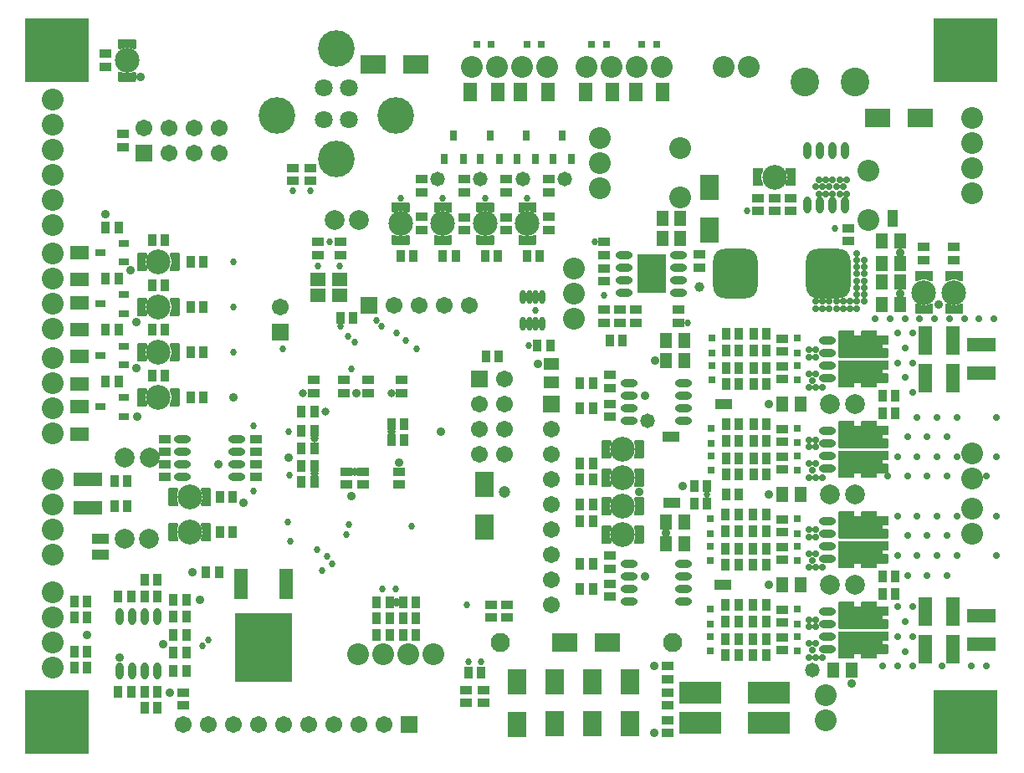
<source format=gbs>
G04*
G04 #@! TF.GenerationSoftware,Altium Limited,Altium Designer,22.8.2 (66)*
G04*
G04 Layer_Color=16711935*
%FSLAX44Y44*%
%MOMM*%
G71*
G04*
G04 #@! TF.SameCoordinates,7C791F3D-23B4-47E1-85F3-5240A64D0DC6*
G04*
G04*
G04 #@! TF.FilePolarity,Negative*
G04*
G01*
G75*
%ADD20C,2.5032*%
%ADD21C,2.2032*%
%ADD22C,2.0032*%
%ADD23R,1.7032X1.7032*%
%ADD24C,1.7032*%
%ADD25R,1.7032X1.7032*%
%ADD26C,1.9532*%
%ADD27C,2.9032*%
%ADD28C,3.7032*%
%ADD29C,1.8032*%
%ADD30R,6.5532X6.5532*%
%ADD31C,0.9032*%
%ADD32C,0.7032*%
%ADD33C,0.8032*%
%ADD34C,1.2032*%
%ADD35C,0.6932*%
%ADD36C,1.0032*%
%ADD37C,1.4732*%
%ADD115R,1.7018X1.0160*%
%ADD116R,1.0160X1.7018*%
%ADD117R,2.9532X1.4532*%
%ADD118R,1.4532X2.9532*%
%ADD119O,1.7032X0.8032*%
%ADD120R,1.1532X0.9032*%
%ADD121R,5.8532X6.9032*%
%ADD122R,1.4032X3.1532*%
%ADD123R,0.8032X0.7032*%
%ADD124O,0.8032X1.7032*%
%ADD125R,0.9032X1.1532*%
%ADD126R,1.6032X1.4032*%
%ADD127R,1.9532X2.6532*%
%ADD128R,2.6532X1.9532*%
%ADD129R,1.4532X1.9532*%
%ADD130R,0.8032X1.1032*%
%ADD131R,1.6032X1.1532*%
%ADD132O,0.6032X1.4232*%
G04:AMPARAMS|DCode=133|XSize=4.5032mm|YSize=5.0032mm|CornerRadius=1.1766mm|HoleSize=0mm|Usage=FLASHONLY|Rotation=0.000|XOffset=0mm|YOffset=0mm|HoleType=Round|Shape=RoundedRectangle|*
%AMROUNDEDRECTD133*
21,1,4.5032,2.6500,0,0,0.0*
21,1,2.1500,5.0032,0,0,0.0*
1,1,2.3532,1.0750,-1.3250*
1,1,2.3532,-1.0750,-1.3250*
1,1,2.3532,-1.0750,1.3250*
1,1,2.3532,1.0750,1.3250*
%
%ADD133ROUNDEDRECTD133*%
%ADD134R,1.1532X1.6032*%
%ADD135R,2.9132X3.9032*%
%ADD136R,4.2032X2.2032*%
%ADD137R,0.7032X0.8032*%
%ADD138R,1.1032X0.8032*%
%ADD139R,1.9532X1.4532*%
G36*
X578363Y1122599D02*
X578493Y1122573D01*
X578620Y1122531D01*
X578739Y1122472D01*
X578850Y1122398D01*
X578950Y1122310D01*
X579038Y1122210D01*
X579112Y1122099D01*
X579171Y1121980D01*
X579213Y1121853D01*
X579240Y1121723D01*
X579248Y1121590D01*
Y1113590D01*
X579240Y1113457D01*
X579213Y1113326D01*
X579171Y1113200D01*
X579112Y1113081D01*
X579038Y1112970D01*
X578950Y1112870D01*
X578850Y1112782D01*
X578739Y1112708D01*
X578620Y1112649D01*
X578493Y1112607D01*
X578363Y1112580D01*
X578230Y1112572D01*
X576599D01*
X576595Y1112571D01*
X576567Y1112572D01*
X576539Y1112570D01*
X576531Y1112570D01*
X576522Y1112570D01*
X576492Y1112572D01*
X576462Y1112573D01*
X576434Y1112577D01*
X576406Y1112578D01*
X576398Y1112580D01*
X576389Y1112581D01*
X576359Y1112587D01*
X576330Y1112591D01*
X576303Y1112599D01*
X576275Y1112604D01*
X576267Y1112607D01*
X576259Y1112609D01*
X576230Y1112619D01*
X576202Y1112627D01*
X576176Y1112638D01*
X576149Y1112647D01*
X576142Y1112651D01*
X576134Y1112654D01*
X574716Y1113269D01*
X571743Y1113976D01*
X568717D01*
X565744Y1113269D01*
X564326Y1112654D01*
X564290Y1112641D01*
X564254Y1112626D01*
X564227Y1112618D01*
X564201Y1112609D01*
X564163Y1112601D01*
X564125Y1112590D01*
X564098Y1112587D01*
X564071Y1112581D01*
X564032Y1112578D01*
X563993Y1112572D01*
X563965Y1112572D01*
X563938Y1112570D01*
X563899Y1112572D01*
X563860Y1112572D01*
X563858Y1112572D01*
X562230D01*
X562097Y1112580D01*
X561967Y1112607D01*
X561840Y1112649D01*
X561721Y1112708D01*
X561610Y1112782D01*
X561510Y1112870D01*
X561422Y1112970D01*
X561348Y1113081D01*
X561289Y1113200D01*
X561246Y1113326D01*
X561221Y1113457D01*
X561212Y1113590D01*
Y1121590D01*
X561221Y1121723D01*
X561246Y1121853D01*
X561289Y1121980D01*
X561348Y1122099D01*
X561422Y1122210D01*
X561510Y1122310D01*
X561610Y1122398D01*
X561721Y1122472D01*
X561840Y1122531D01*
X561967Y1122573D01*
X562097Y1122599D01*
X562230Y1122608D01*
X578230D01*
X578363Y1122599D01*
D02*
G37*
G36*
X576567Y1089608D02*
X576595Y1089609D01*
X576599Y1089608D01*
X578230D01*
X578363Y1089600D01*
X578493Y1089574D01*
X578620Y1089531D01*
X578739Y1089472D01*
X578850Y1089398D01*
X578950Y1089310D01*
X579038Y1089210D01*
X579112Y1089099D01*
X579171Y1088980D01*
X579213Y1088854D01*
X579240Y1088723D01*
X579248Y1088590D01*
Y1080590D01*
X579240Y1080457D01*
X579213Y1080327D01*
X579171Y1080200D01*
X579112Y1080081D01*
X579038Y1079970D01*
X578950Y1079870D01*
X578850Y1079782D01*
X578739Y1079708D01*
X578620Y1079649D01*
X578493Y1079606D01*
X578363Y1079581D01*
X578230Y1079572D01*
X562230D01*
X562097Y1079581D01*
X561967Y1079606D01*
X561840Y1079649D01*
X561721Y1079708D01*
X561610Y1079782D01*
X561510Y1079870D01*
X561422Y1079970D01*
X561348Y1080081D01*
X561289Y1080200D01*
X561246Y1080327D01*
X561221Y1080457D01*
X561212Y1080590D01*
Y1088590D01*
X561221Y1088723D01*
X561246Y1088854D01*
X561289Y1088980D01*
X561348Y1089099D01*
X561422Y1089210D01*
X561510Y1089310D01*
X561610Y1089398D01*
X561721Y1089472D01*
X561840Y1089531D01*
X561967Y1089574D01*
X562097Y1089600D01*
X562230Y1089608D01*
X563861D01*
X563865Y1089609D01*
X563901Y1089608D01*
X563938Y1089610D01*
X563968Y1089608D01*
X563998Y1089607D01*
X564035Y1089602D01*
X564071Y1089599D01*
X564100Y1089593D01*
X564130Y1089588D01*
X564165Y1089579D01*
X564201Y1089571D01*
X564229Y1089561D01*
X564258Y1089553D01*
X564292Y1089538D01*
X564326Y1089526D01*
X565744Y1088912D01*
X568717Y1088204D01*
X571743D01*
X574716Y1088912D01*
X576134Y1089526D01*
X576142Y1089529D01*
X576149Y1089533D01*
X576176Y1089542D01*
X576202Y1089553D01*
X576231Y1089561D01*
X576259Y1089571D01*
X576267Y1089573D01*
X576275Y1089576D01*
X576303Y1089581D01*
X576330Y1089588D01*
X576360Y1089593D01*
X576389Y1089599D01*
X576398Y1089600D01*
X576406Y1089602D01*
X576434Y1089603D01*
X576462Y1089607D01*
X576492Y1089608D01*
X576522Y1089610D01*
X576531Y1089610D01*
X576539Y1089610D01*
X576539D01*
X576567Y1089608D01*
D02*
G37*
G36*
X1245993Y992000D02*
X1246124Y991973D01*
X1246250Y991931D01*
X1246369Y991872D01*
X1246480Y991798D01*
X1246580Y991710D01*
X1246668Y991610D01*
X1246742Y991499D01*
X1246801Y991380D01*
X1246843Y991254D01*
X1246870Y991123D01*
X1246878Y990990D01*
Y974990D01*
X1246870Y974857D01*
X1246843Y974726D01*
X1246801Y974600D01*
X1246742Y974481D01*
X1246668Y974370D01*
X1246580Y974270D01*
X1246480Y974182D01*
X1246369Y974108D01*
X1246250Y974049D01*
X1246124Y974007D01*
X1245993Y973980D01*
X1245860Y973972D01*
X1237860D01*
X1237727Y973980D01*
X1237597Y974007D01*
X1237470Y974049D01*
X1237351Y974108D01*
X1237240Y974182D01*
X1237140Y974270D01*
X1237052Y974370D01*
X1236978Y974481D01*
X1236919Y974600D01*
X1236877Y974726D01*
X1236851Y974857D01*
X1236842Y974990D01*
Y976618D01*
X1236842Y976620D01*
X1236842Y976659D01*
X1236840Y976698D01*
X1236842Y976725D01*
X1236842Y976753D01*
X1236848Y976792D01*
X1236851Y976831D01*
X1236857Y976858D01*
X1236860Y976885D01*
X1236871Y976923D01*
X1236879Y976961D01*
X1236888Y976987D01*
X1236896Y977014D01*
X1236911Y977050D01*
X1236924Y977086D01*
X1237539Y978504D01*
X1238246Y981477D01*
Y984503D01*
X1237539Y987476D01*
X1236924Y988894D01*
X1236921Y988902D01*
X1236917Y988909D01*
X1236908Y988936D01*
X1236897Y988961D01*
X1236889Y988990D01*
X1236879Y989019D01*
X1236877Y989027D01*
X1236874Y989035D01*
X1236869Y989063D01*
X1236861Y989090D01*
X1236857Y989119D01*
X1236851Y989149D01*
X1236850Y989158D01*
X1236849Y989166D01*
X1236847Y989194D01*
X1236843Y989222D01*
X1236842Y989252D01*
X1236840Y989282D01*
X1236840Y989291D01*
X1236840Y989299D01*
X1236842Y989327D01*
X1236841Y989355D01*
X1236842Y989359D01*
Y990990D01*
X1236851Y991123D01*
X1236877Y991254D01*
X1236919Y991380D01*
X1236978Y991499D01*
X1237052Y991610D01*
X1237140Y991710D01*
X1237240Y991798D01*
X1237351Y991872D01*
X1237470Y991931D01*
X1237597Y991973D01*
X1237727Y992000D01*
X1237860Y992008D01*
X1245860D01*
X1245993Y992000D01*
D02*
G37*
G36*
X1212993D02*
X1213123Y991973D01*
X1213250Y991931D01*
X1213369Y991872D01*
X1213480Y991798D01*
X1213580Y991710D01*
X1213668Y991610D01*
X1213742Y991499D01*
X1213801Y991380D01*
X1213844Y991254D01*
X1213869Y991123D01*
X1213878Y990990D01*
Y989359D01*
X1213879Y989355D01*
X1213878Y989327D01*
X1213880Y989299D01*
Y989299D01*
X1213880Y989291D01*
X1213880Y989282D01*
X1213878Y989252D01*
X1213877Y989222D01*
X1213873Y989194D01*
X1213872Y989166D01*
X1213870Y989158D01*
X1213869Y989149D01*
X1213863Y989120D01*
X1213859Y989090D01*
X1213851Y989063D01*
X1213846Y989035D01*
X1213843Y989027D01*
X1213841Y989019D01*
X1213831Y988991D01*
X1213823Y988961D01*
X1213812Y988936D01*
X1213803Y988909D01*
X1213799Y988902D01*
X1213796Y988894D01*
X1213182Y987476D01*
X1212474Y984503D01*
Y981477D01*
X1213182Y978504D01*
X1213796Y977086D01*
X1213808Y977052D01*
X1213823Y977019D01*
X1213831Y976989D01*
X1213841Y976961D01*
X1213849Y976925D01*
X1213859Y976890D01*
X1213863Y976860D01*
X1213869Y976831D01*
X1213872Y976795D01*
X1213877Y976758D01*
X1213878Y976728D01*
X1213880Y976698D01*
X1213878Y976661D01*
X1213879Y976625D01*
X1213878Y976621D01*
Y974990D01*
X1213869Y974857D01*
X1213844Y974726D01*
X1213801Y974600D01*
X1213742Y974481D01*
X1213668Y974370D01*
X1213580Y974270D01*
X1213480Y974182D01*
X1213369Y974108D01*
X1213250Y974049D01*
X1213123Y974007D01*
X1212993Y973980D01*
X1212860Y973972D01*
X1204860D01*
X1204727Y973980D01*
X1204596Y974007D01*
X1204470Y974049D01*
X1204351Y974108D01*
X1204240Y974182D01*
X1204140Y974270D01*
X1204052Y974370D01*
X1203978Y974481D01*
X1203919Y974600D01*
X1203876Y974726D01*
X1203851Y974857D01*
X1203842Y974990D01*
Y990990D01*
X1203851Y991123D01*
X1203876Y991254D01*
X1203919Y991380D01*
X1203978Y991499D01*
X1204052Y991610D01*
X1204140Y991710D01*
X1204240Y991798D01*
X1204351Y991872D01*
X1204470Y991931D01*
X1204596Y991973D01*
X1204727Y992000D01*
X1204860Y992008D01*
X1212860D01*
X1212993Y992000D01*
D02*
G37*
G36*
X983493Y957419D02*
X983623Y957393D01*
X983749Y957351D01*
X983869Y957292D01*
X983980Y957218D01*
X984080Y957130D01*
X984168Y957030D01*
X984242Y956919D01*
X984301Y956800D01*
X984343Y956674D01*
X984369Y956543D01*
X984378Y956410D01*
Y948410D01*
X984369Y948277D01*
X984343Y948146D01*
X984301Y948020D01*
X984242Y947901D01*
X984168Y947790D01*
X984080Y947690D01*
X983980Y947602D01*
X983869Y947528D01*
X983749Y947469D01*
X983623Y947427D01*
X983493Y947401D01*
X983360Y947392D01*
X981727D01*
X981720Y947391D01*
X981686Y947392D01*
X981652Y947390D01*
X981619Y947393D01*
X981587Y947393D01*
X981553Y947398D01*
X981519Y947401D01*
X981487Y947408D01*
X981455Y947412D01*
X981422Y947422D01*
X981389Y947429D01*
X981358Y947440D01*
X981327Y947449D01*
X981296Y947462D01*
X981264Y947474D01*
X979846Y948089D01*
X976873Y948796D01*
X973847D01*
X970874Y948089D01*
X969456Y947474D01*
X969448Y947471D01*
X969441Y947467D01*
X969414Y947458D01*
X969388Y947447D01*
X969359Y947439D01*
X969331Y947429D01*
X969323Y947427D01*
X969315Y947424D01*
X969287Y947419D01*
X969260Y947411D01*
X969230Y947407D01*
X969200Y947401D01*
X969192Y947400D01*
X969184Y947398D01*
X969156Y947397D01*
X969128Y947393D01*
X969098Y947392D01*
X969068Y947390D01*
X969059Y947390D01*
X969051Y947390D01*
X969023Y947392D01*
X968995Y947391D01*
X968991Y947392D01*
X967360D01*
X967227Y947401D01*
X967096Y947427D01*
X966970Y947469D01*
X966851Y947528D01*
X966740Y947602D01*
X966640Y947690D01*
X966552Y947790D01*
X966478Y947901D01*
X966419Y948020D01*
X966376Y948146D01*
X966350Y948277D01*
X966342Y948410D01*
Y956410D01*
X966350Y956543D01*
X966376Y956674D01*
X966419Y956800D01*
X966478Y956919D01*
X966552Y957030D01*
X966640Y957130D01*
X966740Y957218D01*
X966851Y957292D01*
X966970Y957351D01*
X967096Y957393D01*
X967227Y957419D01*
X967360Y957428D01*
X983360D01*
X983493Y957419D01*
D02*
G37*
G36*
X940736D02*
X940867Y957393D01*
X940993Y957351D01*
X941112Y957292D01*
X941223Y957218D01*
X941323Y957130D01*
X941411Y957030D01*
X941485Y956919D01*
X941544Y956800D01*
X941587Y956674D01*
X941613Y956543D01*
X941621Y956410D01*
Y948410D01*
X941613Y948277D01*
X941587Y948146D01*
X941544Y948020D01*
X941485Y947901D01*
X941411Y947790D01*
X941323Y947690D01*
X941223Y947602D01*
X941112Y947528D01*
X940993Y947469D01*
X940867Y947427D01*
X940736Y947401D01*
X940603Y947392D01*
X938970D01*
X938963Y947391D01*
X938930Y947392D01*
X938895Y947390D01*
X938863Y947393D01*
X938830Y947393D01*
X938796Y947398D01*
X938763Y947401D01*
X938731Y947408D01*
X938698Y947412D01*
X938666Y947422D01*
X938633Y947429D01*
X938602Y947440D01*
X938570Y947449D01*
X938539Y947462D01*
X938507Y947474D01*
X937089Y948089D01*
X934116Y948796D01*
X931090D01*
X928118Y948089D01*
X926699Y947474D01*
X926692Y947471D01*
X926684Y947467D01*
X926657Y947458D01*
X926632Y947447D01*
X926603Y947439D01*
X926574Y947429D01*
X926566Y947427D01*
X926558Y947424D01*
X926530Y947419D01*
X926504Y947411D01*
X926474Y947407D01*
X926444Y947401D01*
X926435Y947400D01*
X926427Y947398D01*
X926399Y947397D01*
X926372Y947393D01*
X926342Y947392D01*
X926311Y947390D01*
X926303Y947390D01*
X926294Y947390D01*
X926266Y947392D01*
X926238Y947391D01*
X926234Y947392D01*
X924603D01*
X924470Y947401D01*
X924340Y947427D01*
X924214Y947469D01*
X924094Y947528D01*
X923983Y947602D01*
X923883Y947690D01*
X923795Y947790D01*
X923721Y947901D01*
X923663Y948020D01*
X923620Y948146D01*
X923594Y948277D01*
X923585Y948410D01*
Y956410D01*
X923594Y956543D01*
X923620Y956674D01*
X923663Y956800D01*
X923721Y956919D01*
X923795Y957030D01*
X923883Y957130D01*
X923983Y957218D01*
X924094Y957292D01*
X924214Y957351D01*
X924340Y957393D01*
X924470Y957419D01*
X924603Y957428D01*
X940603D01*
X940736Y957419D01*
D02*
G37*
G36*
X897980D02*
X898110Y957393D01*
X898236Y957351D01*
X898356Y957292D01*
X898466Y957218D01*
X898567Y957130D01*
X898654Y957030D01*
X898728Y956919D01*
X898787Y956800D01*
X898830Y956674D01*
X898856Y956543D01*
X898865Y956410D01*
Y948410D01*
X898856Y948277D01*
X898830Y948146D01*
X898787Y948020D01*
X898728Y947901D01*
X898654Y947790D01*
X898567Y947690D01*
X898466Y947602D01*
X898356Y947528D01*
X898236Y947469D01*
X898110Y947427D01*
X897980Y947401D01*
X897847Y947392D01*
X896213D01*
X896207Y947391D01*
X896173Y947392D01*
X896139Y947390D01*
X896106Y947393D01*
X896073Y947393D01*
X896040Y947398D01*
X896006Y947401D01*
X895974Y947408D01*
X895942Y947412D01*
X895909Y947422D01*
X895876Y947429D01*
X895845Y947440D01*
X895814Y947449D01*
X895782Y947462D01*
X895751Y947474D01*
X894332Y948089D01*
X891359Y948796D01*
X888334D01*
X885361Y948089D01*
X883943Y947474D01*
X883935Y947471D01*
X883927Y947467D01*
X883900Y947458D01*
X883875Y947447D01*
X883846Y947439D01*
X883817Y947429D01*
X883809Y947427D01*
X883801Y947424D01*
X883773Y947419D01*
X883747Y947411D01*
X883717Y947407D01*
X883687Y947401D01*
X883679Y947400D01*
X883671Y947398D01*
X883643Y947397D01*
X883615Y947393D01*
X883585Y947392D01*
X883554Y947390D01*
X883546Y947390D01*
X883538Y947390D01*
X883509Y947392D01*
X883482Y947391D01*
X883478Y947392D01*
X881847D01*
X881714Y947401D01*
X881583Y947427D01*
X881457Y947469D01*
X881338Y947528D01*
X881227Y947602D01*
X881127Y947690D01*
X881039Y947790D01*
X880965Y947901D01*
X880906Y948020D01*
X880863Y948146D01*
X880837Y948277D01*
X880828Y948410D01*
Y956410D01*
X880837Y956543D01*
X880863Y956674D01*
X880906Y956800D01*
X880965Y956919D01*
X881039Y957030D01*
X881127Y957130D01*
X881227Y957218D01*
X881338Y957292D01*
X881457Y957351D01*
X881583Y957393D01*
X881714Y957419D01*
X881847Y957428D01*
X897847D01*
X897980Y957419D01*
D02*
G37*
G36*
X855223D02*
X855353Y957393D01*
X855480Y957351D01*
X855599Y957292D01*
X855710Y957218D01*
X855810Y957130D01*
X855898Y957030D01*
X855972Y956919D01*
X856031Y956800D01*
X856074Y956674D01*
X856099Y956543D01*
X856108Y956410D01*
Y948410D01*
X856099Y948277D01*
X856074Y948146D01*
X856031Y948020D01*
X855972Y947901D01*
X855898Y947790D01*
X855810Y947690D01*
X855710Y947602D01*
X855599Y947528D01*
X855480Y947469D01*
X855353Y947427D01*
X855223Y947401D01*
X855090Y947392D01*
X853457D01*
X853450Y947391D01*
X853416Y947392D01*
X853382Y947390D01*
X853350Y947393D01*
X853317Y947393D01*
X853283Y947398D01*
X853249Y947401D01*
X853217Y947408D01*
X853185Y947412D01*
X853152Y947422D01*
X853119Y947429D01*
X853089Y947440D01*
X853057Y947449D01*
X853026Y947462D01*
X852994Y947474D01*
X851576Y948089D01*
X848603Y948796D01*
X845577D01*
X842604Y948089D01*
X841186Y947474D01*
X841178Y947471D01*
X841171Y947467D01*
X841144Y947458D01*
X841118Y947447D01*
X841089Y947439D01*
X841061Y947429D01*
X841053Y947427D01*
X841045Y947424D01*
X841017Y947419D01*
X840990Y947411D01*
X840960Y947407D01*
X840930Y947401D01*
X840922Y947400D01*
X840914Y947398D01*
X840886Y947397D01*
X840858Y947393D01*
X840828Y947392D01*
X840798Y947390D01*
X840789Y947390D01*
X840781Y947390D01*
X840753Y947392D01*
X840725Y947391D01*
X840721Y947392D01*
X839090D01*
X838957Y947401D01*
X838827Y947427D01*
X838700Y947469D01*
X838581Y947528D01*
X838470Y947602D01*
X838370Y947690D01*
X838282Y947790D01*
X838208Y947901D01*
X838149Y948020D01*
X838107Y948146D01*
X838081Y948277D01*
X838072Y948410D01*
Y956410D01*
X838081Y956543D01*
X838107Y956674D01*
X838149Y956800D01*
X838208Y956919D01*
X838282Y957030D01*
X838370Y957130D01*
X838470Y957218D01*
X838581Y957292D01*
X838700Y957351D01*
X838827Y957393D01*
X838957Y957419D01*
X839090Y957428D01*
X855090D01*
X855223Y957419D01*
D02*
G37*
G36*
X1348994Y946912D02*
X1344930Y940816D01*
X1340866Y946404D01*
Y948944D01*
X1348994D01*
Y946912D01*
D02*
G37*
G36*
X969059Y924430D02*
X969068Y924430D01*
X969098Y924428D01*
X969128Y924427D01*
X969156Y924423D01*
X969184Y924421D01*
X969192Y924420D01*
X969200Y924419D01*
X969230Y924413D01*
X969260Y924408D01*
X969287Y924401D01*
X969315Y924396D01*
X969323Y924393D01*
X969331Y924391D01*
X969359Y924381D01*
X969388Y924373D01*
X969414Y924362D01*
X969441Y924353D01*
X969448Y924349D01*
X969456Y924346D01*
X970874Y923732D01*
X973847Y923024D01*
X976873D01*
X979846Y923732D01*
X981264Y924346D01*
X981293Y924357D01*
X981322Y924369D01*
X981356Y924379D01*
X981389Y924391D01*
X981420Y924398D01*
X981450Y924406D01*
X981485Y924412D01*
X981519Y924419D01*
X981551Y924422D01*
X981582Y924426D01*
X981617Y924427D01*
X981652Y924430D01*
X981684Y924428D01*
X981715Y924429D01*
X981724Y924428D01*
X983360D01*
X983493Y924419D01*
X983623Y924393D01*
X983749Y924351D01*
X983869Y924292D01*
X983980Y924218D01*
X984080Y924130D01*
X984168Y924030D01*
X984242Y923919D01*
X984301Y923800D01*
X984343Y923673D01*
X984369Y923543D01*
X984378Y923410D01*
Y915410D01*
X984369Y915277D01*
X984343Y915146D01*
X984301Y915020D01*
X984242Y914901D01*
X984168Y914790D01*
X984080Y914690D01*
X983980Y914602D01*
X983869Y914528D01*
X983749Y914469D01*
X983623Y914426D01*
X983493Y914400D01*
X983360Y914392D01*
X967360D01*
X967227Y914400D01*
X967096Y914426D01*
X966970Y914469D01*
X966851Y914528D01*
X966740Y914602D01*
X966640Y914690D01*
X966552Y914790D01*
X966478Y914901D01*
X966419Y915020D01*
X966376Y915146D01*
X966350Y915277D01*
X966342Y915410D01*
Y923410D01*
X966350Y923543D01*
X966376Y923673D01*
X966419Y923800D01*
X966478Y923919D01*
X966552Y924030D01*
X966640Y924130D01*
X966740Y924218D01*
X966851Y924292D01*
X966970Y924351D01*
X967096Y924393D01*
X967227Y924419D01*
X967360Y924428D01*
X968991D01*
X968995Y924429D01*
X969023Y924428D01*
X969051Y924430D01*
X969059Y924430D01*
D02*
G37*
G36*
X926303D02*
X926311Y924430D01*
X926341Y924428D01*
X926372Y924427D01*
X926400Y924423D01*
X926427Y924421D01*
X926435Y924420D01*
X926444Y924419D01*
X926473Y924413D01*
X926504Y924408D01*
X926531Y924401D01*
X926558Y924396D01*
X926566Y924393D01*
X926574Y924391D01*
X926602Y924381D01*
X926632Y924373D01*
X926657Y924362D01*
X926684Y924353D01*
X926692Y924349D01*
X926699Y924346D01*
X928118Y923732D01*
X931090Y923024D01*
X934116D01*
X937089Y923732D01*
X938507Y924346D01*
X938537Y924357D01*
X938565Y924369D01*
X938599Y924379D01*
X938633Y924391D01*
X938663Y924398D01*
X938693Y924406D01*
X938728Y924412D01*
X938763Y924419D01*
X938794Y924422D01*
X938825Y924426D01*
X938860Y924427D01*
X938895Y924430D01*
X938927Y924428D01*
X938958Y924429D01*
X938967Y924428D01*
X940603D01*
X940736Y924419D01*
X940867Y924393D01*
X940993Y924351D01*
X941112Y924292D01*
X941223Y924218D01*
X941323Y924130D01*
X941411Y924030D01*
X941485Y923919D01*
X941544Y923800D01*
X941587Y923673D01*
X941613Y923543D01*
X941621Y923410D01*
Y915410D01*
X941613Y915277D01*
X941587Y915146D01*
X941544Y915020D01*
X941485Y914901D01*
X941411Y914790D01*
X941323Y914690D01*
X941223Y914602D01*
X941112Y914528D01*
X940993Y914469D01*
X940867Y914426D01*
X940736Y914400D01*
X940603Y914392D01*
X924603D01*
X924470Y914400D01*
X924340Y914426D01*
X924214Y914469D01*
X924094Y914528D01*
X923983Y914602D01*
X923883Y914690D01*
X923795Y914790D01*
X923721Y914901D01*
X923663Y915020D01*
X923620Y915146D01*
X923594Y915277D01*
X923585Y915410D01*
Y923410D01*
X923594Y923543D01*
X923620Y923673D01*
X923663Y923800D01*
X923721Y923919D01*
X923795Y924030D01*
X923883Y924130D01*
X923983Y924218D01*
X924094Y924292D01*
X924214Y924351D01*
X924340Y924393D01*
X924470Y924419D01*
X924603Y924428D01*
X926234D01*
X926238Y924429D01*
X926266Y924428D01*
X926294Y924430D01*
X926303Y924430D01*
D02*
G37*
G36*
X883546D02*
X883554Y924430D01*
X883585Y924428D01*
X883615Y924427D01*
X883643Y924423D01*
X883671Y924421D01*
X883679Y924420D01*
X883687Y924419D01*
X883717Y924413D01*
X883747Y924408D01*
X883774Y924401D01*
X883801Y924396D01*
X883809Y924393D01*
X883817Y924391D01*
X883846Y924381D01*
X883875Y924373D01*
X883901Y924362D01*
X883927Y924353D01*
X883935Y924349D01*
X883943Y924346D01*
X885361Y923732D01*
X888334Y923024D01*
X891359D01*
X894332Y923732D01*
X895751Y924346D01*
X895780Y924357D01*
X895809Y924369D01*
X895843Y924379D01*
X895876Y924391D01*
X895907Y924398D01*
X895937Y924406D01*
X895972Y924412D01*
X896006Y924419D01*
X896037Y924422D01*
X896068Y924426D01*
X896103Y924427D01*
X896139Y924430D01*
X896171Y924428D01*
X896201Y924429D01*
X896210Y924428D01*
X897847D01*
X897980Y924419D01*
X898110Y924393D01*
X898236Y924351D01*
X898356Y924292D01*
X898466Y924218D01*
X898567Y924130D01*
X898654Y924030D01*
X898728Y923919D01*
X898787Y923800D01*
X898830Y923673D01*
X898856Y923543D01*
X898865Y923410D01*
Y915410D01*
X898856Y915277D01*
X898830Y915146D01*
X898787Y915020D01*
X898728Y914901D01*
X898654Y914790D01*
X898567Y914690D01*
X898466Y914602D01*
X898356Y914528D01*
X898236Y914469D01*
X898110Y914426D01*
X897980Y914400D01*
X897847Y914392D01*
X881847D01*
X881714Y914400D01*
X881583Y914426D01*
X881457Y914469D01*
X881338Y914528D01*
X881227Y914602D01*
X881127Y914690D01*
X881039Y914790D01*
X880965Y914901D01*
X880906Y915020D01*
X880863Y915146D01*
X880837Y915277D01*
X880828Y915410D01*
Y923410D01*
X880837Y923543D01*
X880863Y923673D01*
X880906Y923800D01*
X880965Y923919D01*
X881039Y924030D01*
X881127Y924130D01*
X881227Y924218D01*
X881338Y924292D01*
X881457Y924351D01*
X881583Y924393D01*
X881714Y924419D01*
X881847Y924428D01*
X883478D01*
X883482Y924429D01*
X883510Y924428D01*
X883538Y924430D01*
X883546Y924430D01*
D02*
G37*
G36*
X840789D02*
X840798Y924430D01*
X840828Y924428D01*
X840858Y924427D01*
X840886Y924423D01*
X840914Y924421D01*
X840922Y924420D01*
X840930Y924419D01*
X840960Y924413D01*
X840990Y924408D01*
X841017Y924401D01*
X841045Y924396D01*
X841053Y924393D01*
X841061Y924391D01*
X841089Y924381D01*
X841118Y924373D01*
X841144Y924362D01*
X841171Y924353D01*
X841178Y924349D01*
X841186Y924346D01*
X842604Y923732D01*
X845577Y923024D01*
X848603D01*
X851576Y923732D01*
X852994Y924346D01*
X853024Y924357D01*
X853052Y924369D01*
X853086Y924379D01*
X853119Y924391D01*
X853150Y924398D01*
X853180Y924406D01*
X853215Y924412D01*
X853249Y924419D01*
X853281Y924422D01*
X853312Y924426D01*
X853347Y924427D01*
X853382Y924430D01*
X853414Y924428D01*
X853445Y924429D01*
X853454Y924428D01*
X855090D01*
X855223Y924419D01*
X855353Y924393D01*
X855480Y924351D01*
X855599Y924292D01*
X855710Y924218D01*
X855810Y924130D01*
X855898Y924030D01*
X855972Y923919D01*
X856031Y923800D01*
X856074Y923673D01*
X856099Y923543D01*
X856108Y923410D01*
Y915410D01*
X856099Y915277D01*
X856074Y915146D01*
X856031Y915020D01*
X855972Y914901D01*
X855898Y914790D01*
X855810Y914690D01*
X855710Y914602D01*
X855599Y914528D01*
X855480Y914469D01*
X855353Y914426D01*
X855223Y914400D01*
X855090Y914392D01*
X839090D01*
X838957Y914400D01*
X838827Y914426D01*
X838700Y914469D01*
X838581Y914528D01*
X838470Y914602D01*
X838370Y914690D01*
X838282Y914790D01*
X838208Y914901D01*
X838149Y915020D01*
X838107Y915146D01*
X838081Y915277D01*
X838072Y915410D01*
Y923410D01*
X838081Y923543D01*
X838107Y923673D01*
X838149Y923800D01*
X838208Y923919D01*
X838282Y924030D01*
X838370Y924130D01*
X838470Y924218D01*
X838581Y924292D01*
X838700Y924351D01*
X838827Y924393D01*
X838957Y924419D01*
X839090Y924428D01*
X840721D01*
X840725Y924429D01*
X840753Y924428D01*
X840781Y924430D01*
X840789Y924430D01*
D02*
G37*
G36*
X622613Y906109D02*
X622743Y906083D01*
X622870Y906041D01*
X622989Y905982D01*
X623100Y905908D01*
X623200Y905820D01*
X623288Y905720D01*
X623362Y905609D01*
X623421Y905490D01*
X623464Y905363D01*
X623489Y905233D01*
X623498Y905100D01*
Y889100D01*
X623489Y888967D01*
X623464Y888836D01*
X623421Y888710D01*
X623362Y888591D01*
X623288Y888480D01*
X623200Y888380D01*
X623100Y888292D01*
X622989Y888218D01*
X622870Y888159D01*
X622743Y888116D01*
X622613Y888090D01*
X622480Y888082D01*
X614480D01*
X614347Y888090D01*
X614216Y888116D01*
X614090Y888159D01*
X613971Y888218D01*
X613860Y888292D01*
X613760Y888380D01*
X613672Y888480D01*
X613598Y888591D01*
X613539Y888710D01*
X613497Y888836D01*
X613470Y888967D01*
X613462Y889100D01*
Y890731D01*
X613461Y890735D01*
X613462Y890763D01*
X613460Y890791D01*
X613460Y890799D01*
X613460Y890808D01*
X613462Y890838D01*
X613463Y890868D01*
X613467Y890896D01*
X613468Y890924D01*
X613470Y890932D01*
X613471Y890940D01*
X613477Y890970D01*
X613481Y891000D01*
X613489Y891027D01*
X613494Y891055D01*
X613497Y891062D01*
X613499Y891071D01*
X613509Y891099D01*
X613517Y891128D01*
X613528Y891154D01*
X613537Y891181D01*
X613541Y891188D01*
X613544Y891196D01*
X614159Y892614D01*
X614866Y895587D01*
Y898613D01*
X614159Y901585D01*
X613544Y903004D01*
X613532Y903036D01*
X613519Y903067D01*
X613510Y903098D01*
X613499Y903129D01*
X613492Y903162D01*
X613482Y903195D01*
X613478Y903227D01*
X613471Y903259D01*
X613468Y903293D01*
X613463Y903327D01*
X613463Y903359D01*
X613460Y903392D01*
X613461Y903426D01*
X613461Y903460D01*
X613462Y903467D01*
Y905100D01*
X613470Y905233D01*
X613497Y905363D01*
X613539Y905490D01*
X613598Y905609D01*
X613672Y905720D01*
X613760Y905820D01*
X613860Y905908D01*
X613971Y905982D01*
X614090Y906041D01*
X614216Y906083D01*
X614347Y906109D01*
X614480Y906118D01*
X622480D01*
X622613Y906109D01*
D02*
G37*
G36*
X589613D02*
X589743Y906083D01*
X589870Y906041D01*
X589989Y905982D01*
X590100Y905908D01*
X590200Y905820D01*
X590288Y905720D01*
X590362Y905609D01*
X590421Y905490D01*
X590463Y905363D01*
X590490Y905233D01*
X590498Y905100D01*
Y903464D01*
X590499Y903455D01*
X590499Y903424D01*
X590500Y903392D01*
X590497Y903357D01*
X590496Y903322D01*
X590492Y903291D01*
X590489Y903259D01*
X590482Y903225D01*
X590476Y903190D01*
X590468Y903160D01*
X590461Y903129D01*
X590449Y903096D01*
X590439Y903062D01*
X590427Y903033D01*
X590416Y903004D01*
X589801Y901585D01*
X589094Y898613D01*
Y895587D01*
X589801Y892614D01*
X590416Y891196D01*
X590419Y891188D01*
X590423Y891181D01*
X590432Y891154D01*
X590443Y891128D01*
X590451Y891099D01*
X590461Y891071D01*
X590463Y891062D01*
X590466Y891055D01*
X590471Y891027D01*
X590479Y891000D01*
X590483Y890970D01*
X590489Y890940D01*
X590490Y890932D01*
X590491Y890924D01*
X590493Y890896D01*
X590497Y890868D01*
X590498Y890838D01*
X590500Y890808D01*
X590500Y890799D01*
X590500Y890791D01*
X590498Y890763D01*
X590499Y890735D01*
X590498Y890731D01*
Y889100D01*
X590490Y888967D01*
X590463Y888836D01*
X590421Y888710D01*
X590362Y888591D01*
X590288Y888480D01*
X590200Y888380D01*
X590100Y888292D01*
X589989Y888218D01*
X589870Y888159D01*
X589743Y888116D01*
X589613Y888090D01*
X589480Y888082D01*
X581480D01*
X581347Y888090D01*
X581217Y888116D01*
X581090Y888159D01*
X580971Y888218D01*
X580860Y888292D01*
X580760Y888380D01*
X580672Y888480D01*
X580598Y888591D01*
X580539Y888710D01*
X580496Y888836D01*
X580471Y888967D01*
X580462Y889100D01*
Y905100D01*
X580471Y905233D01*
X580496Y905363D01*
X580539Y905490D01*
X580598Y905609D01*
X580672Y905720D01*
X580760Y905820D01*
X580860Y905908D01*
X580971Y905982D01*
X581090Y906041D01*
X581217Y906083D01*
X581347Y906109D01*
X581480Y906118D01*
X589480D01*
X589613Y906109D01*
D02*
G37*
G36*
X1415293Y887650D02*
X1415423Y887624D01*
X1415550Y887581D01*
X1415669Y887522D01*
X1415780Y887448D01*
X1415880Y887360D01*
X1415968Y887260D01*
X1416042Y887149D01*
X1416101Y887030D01*
X1416143Y886904D01*
X1416169Y886773D01*
X1416178Y886640D01*
Y878640D01*
X1416169Y878507D01*
X1416143Y878376D01*
X1416101Y878250D01*
X1416042Y878131D01*
X1415968Y878020D01*
X1415880Y877920D01*
X1415780Y877832D01*
X1415669Y877758D01*
X1415550Y877699D01*
X1415423Y877656D01*
X1415293Y877630D01*
X1415160Y877622D01*
X1413529D01*
X1413525Y877621D01*
X1413497Y877622D01*
X1413469Y877620D01*
X1413461Y877620D01*
X1413452Y877620D01*
X1413422Y877622D01*
X1413392Y877623D01*
X1413364Y877627D01*
X1413336Y877628D01*
X1413328Y877630D01*
X1413319Y877631D01*
X1413289Y877637D01*
X1413260Y877642D01*
X1413233Y877649D01*
X1413205Y877654D01*
X1413197Y877657D01*
X1413189Y877659D01*
X1413160Y877669D01*
X1413132Y877677D01*
X1413106Y877688D01*
X1413079Y877697D01*
X1413071Y877701D01*
X1413064Y877704D01*
X1411646Y878318D01*
X1408673Y879026D01*
X1405647D01*
X1402674Y878318D01*
X1401256Y877704D01*
X1401220Y877691D01*
X1401184Y877676D01*
X1401157Y877668D01*
X1401131Y877659D01*
X1401093Y877651D01*
X1401055Y877640D01*
X1401028Y877637D01*
X1401001Y877631D01*
X1400962Y877628D01*
X1400923Y877622D01*
X1400895Y877622D01*
X1400868Y877620D01*
X1400829Y877622D01*
X1400790Y877622D01*
X1400788Y877622D01*
X1399160D01*
X1399027Y877630D01*
X1398896Y877656D01*
X1398770Y877699D01*
X1398651Y877758D01*
X1398540Y877832D01*
X1398440Y877920D01*
X1398352Y878020D01*
X1398278Y878131D01*
X1398219Y878250D01*
X1398177Y878376D01*
X1398150Y878507D01*
X1398142Y878640D01*
Y886640D01*
X1398150Y886773D01*
X1398177Y886904D01*
X1398219Y887030D01*
X1398278Y887149D01*
X1398352Y887260D01*
X1398440Y887360D01*
X1398540Y887448D01*
X1398651Y887522D01*
X1398770Y887581D01*
X1398896Y887624D01*
X1399027Y887650D01*
X1399160Y887658D01*
X1415160D01*
X1415293Y887650D01*
D02*
G37*
G36*
X1384813D02*
X1384944Y887624D01*
X1385070Y887581D01*
X1385189Y887522D01*
X1385300Y887448D01*
X1385400Y887360D01*
X1385488Y887260D01*
X1385562Y887149D01*
X1385621Y887030D01*
X1385663Y886904D01*
X1385690Y886773D01*
X1385698Y886640D01*
Y878640D01*
X1385690Y878507D01*
X1385663Y878376D01*
X1385621Y878250D01*
X1385562Y878131D01*
X1385488Y878020D01*
X1385400Y877920D01*
X1385300Y877832D01*
X1385189Y877758D01*
X1385070Y877699D01*
X1384944Y877656D01*
X1384813Y877630D01*
X1384680Y877622D01*
X1383049D01*
X1383045Y877621D01*
X1383017Y877622D01*
X1382989Y877620D01*
X1382981Y877620D01*
X1382972Y877620D01*
X1382942Y877622D01*
X1382912Y877623D01*
X1382884Y877627D01*
X1382856Y877628D01*
X1382848Y877630D01*
X1382839Y877631D01*
X1382809Y877637D01*
X1382780Y877642D01*
X1382753Y877649D01*
X1382725Y877654D01*
X1382717Y877657D01*
X1382709Y877659D01*
X1382680Y877669D01*
X1382652Y877677D01*
X1382626Y877688D01*
X1382599Y877697D01*
X1382592Y877701D01*
X1382584Y877704D01*
X1381166Y878318D01*
X1378193Y879026D01*
X1375167D01*
X1372194Y878318D01*
X1370776Y877704D01*
X1370740Y877691D01*
X1370704Y877676D01*
X1370677Y877668D01*
X1370651Y877659D01*
X1370613Y877651D01*
X1370575Y877640D01*
X1370548Y877637D01*
X1370520Y877631D01*
X1370482Y877628D01*
X1370443Y877622D01*
X1370415Y877622D01*
X1370388Y877620D01*
X1370349Y877622D01*
X1370310Y877622D01*
X1370308Y877622D01*
X1368680D01*
X1368547Y877630D01*
X1368416Y877656D01*
X1368290Y877699D01*
X1368171Y877758D01*
X1368060Y877832D01*
X1367960Y877920D01*
X1367872Y878020D01*
X1367798Y878131D01*
X1367739Y878250D01*
X1367697Y878376D01*
X1367670Y878507D01*
X1367662Y878640D01*
Y886640D01*
X1367670Y886773D01*
X1367697Y886904D01*
X1367739Y887030D01*
X1367798Y887149D01*
X1367872Y887260D01*
X1367960Y887360D01*
X1368060Y887448D01*
X1368171Y887522D01*
X1368290Y887581D01*
X1368416Y887624D01*
X1368547Y887650D01*
X1368680Y887658D01*
X1384680D01*
X1384813Y887650D01*
D02*
G37*
G36*
X1413497Y854658D02*
X1413525Y854659D01*
X1413529Y854658D01*
X1415160D01*
X1415293Y854650D01*
X1415423Y854623D01*
X1415550Y854581D01*
X1415669Y854522D01*
X1415780Y854448D01*
X1415880Y854360D01*
X1415968Y854260D01*
X1416042Y854149D01*
X1416101Y854030D01*
X1416143Y853904D01*
X1416169Y853773D01*
X1416178Y853640D01*
Y845640D01*
X1416169Y845507D01*
X1416143Y845377D01*
X1416101Y845250D01*
X1416042Y845131D01*
X1415968Y845020D01*
X1415880Y844920D01*
X1415780Y844832D01*
X1415669Y844758D01*
X1415550Y844699D01*
X1415423Y844657D01*
X1415293Y844631D01*
X1415160Y844622D01*
X1399160D01*
X1399027Y844631D01*
X1398896Y844657D01*
X1398770Y844699D01*
X1398651Y844758D01*
X1398540Y844832D01*
X1398440Y844920D01*
X1398352Y845020D01*
X1398278Y845131D01*
X1398219Y845250D01*
X1398177Y845377D01*
X1398150Y845507D01*
X1398142Y845640D01*
Y853640D01*
X1398150Y853773D01*
X1398177Y853904D01*
X1398219Y854030D01*
X1398278Y854149D01*
X1398352Y854260D01*
X1398440Y854360D01*
X1398540Y854448D01*
X1398651Y854522D01*
X1398770Y854581D01*
X1398896Y854623D01*
X1399027Y854650D01*
X1399160Y854658D01*
X1400791D01*
X1400795Y854659D01*
X1400831Y854658D01*
X1400868Y854660D01*
X1400898Y854658D01*
X1400928Y854657D01*
X1400965Y854652D01*
X1401001Y854649D01*
X1401030Y854643D01*
X1401060Y854639D01*
X1401095Y854629D01*
X1401131Y854621D01*
X1401159Y854611D01*
X1401189Y854603D01*
X1401222Y854588D01*
X1401256Y854576D01*
X1402674Y853961D01*
X1405647Y853254D01*
X1408673D01*
X1411646Y853961D01*
X1413064Y854576D01*
X1413072Y854579D01*
X1413079Y854583D01*
X1413106Y854592D01*
X1413132Y854603D01*
X1413161Y854611D01*
X1413189Y854621D01*
X1413197Y854623D01*
X1413205Y854625D01*
X1413233Y854631D01*
X1413260Y854639D01*
X1413290Y854643D01*
X1413319Y854649D01*
X1413328Y854650D01*
X1413336Y854651D01*
X1413364Y854653D01*
X1413392Y854657D01*
X1413422Y854658D01*
X1413452Y854660D01*
X1413461Y854660D01*
X1413469Y854660D01*
X1413469D01*
X1413497Y854658D01*
D02*
G37*
G36*
X1383017D02*
X1383045Y854659D01*
X1383049Y854658D01*
X1384680D01*
X1384813Y854650D01*
X1384944Y854623D01*
X1385070Y854581D01*
X1385189Y854522D01*
X1385300Y854448D01*
X1385400Y854360D01*
X1385488Y854260D01*
X1385562Y854149D01*
X1385621Y854030D01*
X1385663Y853904D01*
X1385690Y853773D01*
X1385698Y853640D01*
Y845640D01*
X1385690Y845507D01*
X1385663Y845377D01*
X1385621Y845250D01*
X1385562Y845131D01*
X1385488Y845020D01*
X1385400Y844920D01*
X1385300Y844832D01*
X1385189Y844758D01*
X1385070Y844699D01*
X1384944Y844657D01*
X1384813Y844631D01*
X1384680Y844622D01*
X1368680D01*
X1368547Y844631D01*
X1368416Y844657D01*
X1368290Y844699D01*
X1368171Y844758D01*
X1368060Y844832D01*
X1367960Y844920D01*
X1367872Y845020D01*
X1367798Y845131D01*
X1367739Y845250D01*
X1367697Y845377D01*
X1367670Y845507D01*
X1367662Y845640D01*
Y853640D01*
X1367670Y853773D01*
X1367697Y853904D01*
X1367739Y854030D01*
X1367798Y854149D01*
X1367872Y854260D01*
X1367960Y854360D01*
X1368060Y854448D01*
X1368171Y854522D01*
X1368290Y854581D01*
X1368416Y854623D01*
X1368547Y854650D01*
X1368680Y854658D01*
X1370311D01*
X1370315Y854659D01*
X1370351Y854658D01*
X1370388Y854660D01*
X1370418Y854658D01*
X1370448Y854657D01*
X1370484Y854652D01*
X1370520Y854649D01*
X1370550Y854643D01*
X1370580Y854639D01*
X1370615Y854629D01*
X1370651Y854621D01*
X1370679Y854611D01*
X1370708Y854603D01*
X1370742Y854588D01*
X1370776Y854576D01*
X1372194Y853961D01*
X1375167Y853254D01*
X1378193D01*
X1381166Y853961D01*
X1382584Y854576D01*
X1382592Y854579D01*
X1382599Y854583D01*
X1382626Y854592D01*
X1382652Y854603D01*
X1382681Y854611D01*
X1382709Y854621D01*
X1382717Y854623D01*
X1382725Y854625D01*
X1382753Y854631D01*
X1382780Y854639D01*
X1382810Y854643D01*
X1382839Y854649D01*
X1382848Y854650D01*
X1382856Y854651D01*
X1382884Y854653D01*
X1382912Y854657D01*
X1382942Y854658D01*
X1382972Y854660D01*
X1382981Y854660D01*
X1382989Y854660D01*
X1382989D01*
X1383017Y854658D01*
D02*
G37*
G36*
X622613Y860389D02*
X622743Y860363D01*
X622870Y860321D01*
X622989Y860262D01*
X623100Y860188D01*
X623200Y860100D01*
X623288Y860000D01*
X623362Y859889D01*
X623421Y859770D01*
X623464Y859643D01*
X623489Y859513D01*
X623498Y859380D01*
Y843380D01*
X623489Y843247D01*
X623464Y843116D01*
X623421Y842990D01*
X623362Y842871D01*
X623288Y842760D01*
X623200Y842660D01*
X623100Y842572D01*
X622989Y842498D01*
X622870Y842439D01*
X622743Y842396D01*
X622613Y842370D01*
X622480Y842362D01*
X614480D01*
X614347Y842370D01*
X614216Y842396D01*
X614090Y842439D01*
X613971Y842498D01*
X613860Y842572D01*
X613760Y842660D01*
X613672Y842760D01*
X613598Y842871D01*
X613539Y842990D01*
X613497Y843116D01*
X613470Y843247D01*
X613462Y843380D01*
Y845011D01*
X613461Y845015D01*
X613462Y845043D01*
X613460Y845071D01*
X613460Y845079D01*
X613460Y845088D01*
X613462Y845118D01*
X613463Y845148D01*
X613467Y845176D01*
X613468Y845204D01*
X613470Y845212D01*
X613471Y845220D01*
X613477Y845250D01*
X613481Y845280D01*
X613489Y845307D01*
X613494Y845335D01*
X613497Y845343D01*
X613499Y845351D01*
X613509Y845379D01*
X613517Y845408D01*
X613528Y845434D01*
X613537Y845461D01*
X613541Y845468D01*
X613544Y845476D01*
X614159Y846894D01*
X614866Y849867D01*
Y852893D01*
X614159Y855866D01*
X613544Y857284D01*
X613532Y857316D01*
X613519Y857347D01*
X613510Y857378D01*
X613499Y857409D01*
X613492Y857442D01*
X613482Y857475D01*
X613478Y857507D01*
X613471Y857539D01*
X613468Y857573D01*
X613463Y857607D01*
X613463Y857639D01*
X613460Y857672D01*
X613461Y857706D01*
X613461Y857740D01*
X613462Y857747D01*
Y859380D01*
X613470Y859513D01*
X613497Y859643D01*
X613539Y859770D01*
X613598Y859889D01*
X613672Y860000D01*
X613760Y860100D01*
X613860Y860188D01*
X613971Y860262D01*
X614090Y860321D01*
X614216Y860363D01*
X614347Y860389D01*
X614480Y860398D01*
X622480D01*
X622613Y860389D01*
D02*
G37*
G36*
X589613D02*
X589743Y860363D01*
X589870Y860321D01*
X589989Y860262D01*
X590100Y860188D01*
X590200Y860100D01*
X590288Y860000D01*
X590362Y859889D01*
X590421Y859770D01*
X590463Y859643D01*
X590490Y859513D01*
X590498Y859380D01*
Y857744D01*
X590499Y857735D01*
X590499Y857704D01*
X590500Y857672D01*
X590497Y857637D01*
X590496Y857602D01*
X590492Y857571D01*
X590489Y857539D01*
X590482Y857505D01*
X590476Y857470D01*
X590468Y857440D01*
X590461Y857409D01*
X590449Y857376D01*
X590439Y857342D01*
X590427Y857313D01*
X590416Y857284D01*
X589801Y855866D01*
X589094Y852893D01*
Y849867D01*
X589801Y846894D01*
X590416Y845476D01*
X590419Y845468D01*
X590423Y845461D01*
X590432Y845434D01*
X590443Y845408D01*
X590451Y845379D01*
X590461Y845351D01*
X590463Y845343D01*
X590466Y845335D01*
X590471Y845307D01*
X590479Y845280D01*
X590483Y845250D01*
X590489Y845220D01*
X590490Y845212D01*
X590491Y845204D01*
X590493Y845176D01*
X590497Y845148D01*
X590498Y845118D01*
X590500Y845088D01*
X590500Y845079D01*
X590500Y845071D01*
X590498Y845043D01*
X590499Y845015D01*
X590498Y845011D01*
Y843380D01*
X590490Y843247D01*
X590463Y843116D01*
X590421Y842990D01*
X590362Y842871D01*
X590288Y842760D01*
X590200Y842660D01*
X590100Y842572D01*
X589989Y842498D01*
X589870Y842439D01*
X589743Y842396D01*
X589613Y842370D01*
X589480Y842362D01*
X581480D01*
X581347Y842370D01*
X581217Y842396D01*
X581090Y842439D01*
X580971Y842498D01*
X580860Y842572D01*
X580760Y842660D01*
X580672Y842760D01*
X580598Y842871D01*
X580539Y842990D01*
X580496Y843116D01*
X580471Y843247D01*
X580462Y843380D01*
Y859380D01*
X580471Y859513D01*
X580496Y859643D01*
X580539Y859770D01*
X580598Y859889D01*
X580672Y860000D01*
X580760Y860100D01*
X580860Y860188D01*
X580971Y860262D01*
X581090Y860321D01*
X581217Y860363D01*
X581347Y860389D01*
X581480Y860398D01*
X589480D01*
X589613Y860389D01*
D02*
G37*
G36*
X1328363Y827591D02*
X1328493Y827565D01*
X1328620Y827522D01*
X1328739Y827463D01*
X1328850Y827389D01*
X1328950Y827302D01*
X1329038Y827202D01*
X1329112Y827091D01*
X1329171Y826971D01*
X1329214Y826845D01*
X1329240Y826714D01*
X1329248Y826582D01*
Y822950D01*
X1339630D01*
X1339763Y822941D01*
X1339893Y822915D01*
X1340020Y822872D01*
X1340139Y822813D01*
X1340250Y822739D01*
X1340350Y822652D01*
X1340438Y822551D01*
X1340512Y822441D01*
X1340571Y822321D01*
X1340614Y822195D01*
X1340639Y822065D01*
X1340648Y821932D01*
Y814432D01*
X1340639Y814299D01*
X1340614Y814168D01*
X1340571Y814042D01*
X1340512Y813923D01*
X1340438Y813812D01*
X1340350Y813712D01*
X1340250Y813624D01*
X1340139Y813550D01*
X1340020Y813491D01*
X1339893Y813448D01*
X1339763Y813422D01*
X1339630Y813413D01*
X1335048D01*
Y809650D01*
X1339630D01*
X1339763Y809641D01*
X1339893Y809615D01*
X1340020Y809572D01*
X1340139Y809513D01*
X1340250Y809439D01*
X1340350Y809352D01*
X1340438Y809251D01*
X1340512Y809141D01*
X1340571Y809021D01*
X1340614Y808895D01*
X1340639Y808764D01*
X1340648Y808632D01*
Y801132D01*
X1340639Y800999D01*
X1340614Y800868D01*
X1340571Y800742D01*
X1340512Y800622D01*
X1340438Y800512D01*
X1340350Y800412D01*
X1340250Y800324D01*
X1340139Y800250D01*
X1340020Y800191D01*
X1339893Y800148D01*
X1339763Y800122D01*
X1339630Y800113D01*
X1291231D01*
X1291098Y800122D01*
X1290967Y800148D01*
X1290841Y800191D01*
X1290722Y800250D01*
X1290611Y800324D01*
X1290511Y800412D01*
X1290423Y800512D01*
X1290349Y800622D01*
X1290290Y800742D01*
X1290247Y800868D01*
X1290221Y800999D01*
X1290213Y801132D01*
Y826582D01*
X1290221Y826714D01*
X1290247Y826845D01*
X1290290Y826971D01*
X1290349Y827091D01*
X1290423Y827202D01*
X1290511Y827302D01*
X1290611Y827389D01*
X1290722Y827463D01*
X1290841Y827522D01*
X1290967Y827565D01*
X1291098Y827591D01*
X1291231Y827600D01*
X1305231D01*
X1305364Y827591D01*
X1305494Y827565D01*
X1305621Y827522D01*
X1305740Y827463D01*
X1305851Y827389D01*
X1305951Y827302D01*
X1306039Y827202D01*
X1306113Y827091D01*
X1306172Y826971D01*
X1306214Y826845D01*
X1306240Y826714D01*
X1306249Y826582D01*
Y822950D01*
X1313201D01*
X1313162Y826571D01*
X1313162Y826576D01*
X1313162Y826582D01*
X1313166Y826642D01*
X1313169Y826704D01*
X1313170Y826709D01*
X1313170Y826714D01*
X1313183Y826775D01*
X1313194Y826835D01*
X1313195Y826840D01*
X1313197Y826845D01*
X1313216Y826903D01*
X1313235Y826961D01*
X1313238Y826966D01*
X1313239Y826971D01*
X1313266Y827025D01*
X1313293Y827081D01*
X1313296Y827086D01*
X1313298Y827091D01*
X1313331Y827140D01*
X1313366Y827193D01*
X1313369Y827197D01*
X1313372Y827202D01*
X1313412Y827247D01*
X1313452Y827294D01*
X1313457Y827298D01*
X1313460Y827302D01*
X1313505Y827341D01*
X1313551Y827383D01*
X1313556Y827386D01*
X1313560Y827389D01*
X1313610Y827423D01*
X1313661Y827458D01*
X1313666Y827460D01*
X1313671Y827463D01*
X1313725Y827490D01*
X1313780Y827518D01*
X1313786Y827520D01*
X1313790Y827522D01*
X1313847Y827542D01*
X1313906Y827562D01*
X1313911Y827563D01*
X1313916Y827565D01*
X1313975Y827577D01*
X1314036Y827590D01*
X1314042Y827590D01*
X1314047Y827591D01*
X1314107Y827595D01*
X1314169Y827600D01*
X1314175Y827599D01*
X1314180Y827600D01*
X1328230D01*
X1328363Y827591D01*
D02*
G37*
G36*
X622613Y814669D02*
X622743Y814643D01*
X622870Y814601D01*
X622989Y814542D01*
X623100Y814468D01*
X623200Y814380D01*
X623288Y814280D01*
X623362Y814169D01*
X623421Y814050D01*
X623464Y813923D01*
X623489Y813793D01*
X623498Y813660D01*
Y797660D01*
X623489Y797527D01*
X623464Y797396D01*
X623421Y797270D01*
X623362Y797151D01*
X623288Y797040D01*
X623200Y796940D01*
X623100Y796852D01*
X622989Y796778D01*
X622870Y796719D01*
X622743Y796676D01*
X622613Y796650D01*
X622480Y796642D01*
X614480D01*
X614347Y796650D01*
X614216Y796676D01*
X614090Y796719D01*
X613971Y796778D01*
X613860Y796852D01*
X613760Y796940D01*
X613672Y797040D01*
X613598Y797151D01*
X613539Y797270D01*
X613497Y797396D01*
X613470Y797527D01*
X613462Y797660D01*
Y799291D01*
X613461Y799295D01*
X613462Y799323D01*
X613460Y799351D01*
X613460Y799359D01*
X613460Y799368D01*
X613462Y799398D01*
X613463Y799428D01*
X613467Y799456D01*
X613468Y799484D01*
X613470Y799492D01*
X613471Y799501D01*
X613477Y799530D01*
X613481Y799560D01*
X613489Y799587D01*
X613494Y799615D01*
X613497Y799623D01*
X613499Y799631D01*
X613509Y799660D01*
X613517Y799688D01*
X613528Y799714D01*
X613537Y799741D01*
X613541Y799748D01*
X613544Y799756D01*
X614159Y801174D01*
X614866Y804147D01*
Y807173D01*
X614159Y810146D01*
X613544Y811564D01*
X613532Y811596D01*
X613519Y811627D01*
X613510Y811658D01*
X613499Y811689D01*
X613492Y811722D01*
X613482Y811755D01*
X613478Y811787D01*
X613471Y811819D01*
X613468Y811853D01*
X613463Y811887D01*
X613463Y811919D01*
X613460Y811952D01*
X613461Y811986D01*
X613461Y812020D01*
X613462Y812027D01*
Y813660D01*
X613470Y813793D01*
X613497Y813923D01*
X613539Y814050D01*
X613598Y814169D01*
X613672Y814280D01*
X613760Y814380D01*
X613860Y814468D01*
X613971Y814542D01*
X614090Y814601D01*
X614216Y814643D01*
X614347Y814669D01*
X614480Y814678D01*
X622480D01*
X622613Y814669D01*
D02*
G37*
G36*
X589613D02*
X589743Y814643D01*
X589870Y814601D01*
X589989Y814542D01*
X590100Y814468D01*
X590200Y814380D01*
X590288Y814280D01*
X590362Y814169D01*
X590421Y814050D01*
X590463Y813923D01*
X590490Y813793D01*
X590498Y813660D01*
Y812024D01*
X590499Y812015D01*
X590499Y811984D01*
X590500Y811952D01*
X590497Y811917D01*
X590496Y811882D01*
X590492Y811851D01*
X590489Y811819D01*
X590482Y811785D01*
X590476Y811750D01*
X590468Y811720D01*
X590461Y811689D01*
X590449Y811656D01*
X590439Y811622D01*
X590427Y811593D01*
X590416Y811564D01*
X589801Y810146D01*
X589094Y807173D01*
Y804147D01*
X589801Y801174D01*
X590416Y799756D01*
X590419Y799748D01*
X590423Y799741D01*
X590432Y799714D01*
X590443Y799688D01*
X590451Y799659D01*
X590461Y799631D01*
X590463Y799623D01*
X590466Y799615D01*
X590471Y799587D01*
X590479Y799560D01*
X590483Y799530D01*
X590489Y799501D01*
X590490Y799492D01*
X590491Y799484D01*
X590493Y799456D01*
X590497Y799428D01*
X590498Y799398D01*
X590500Y799368D01*
X590500Y799359D01*
X590500Y799351D01*
X590498Y799323D01*
X590499Y799295D01*
X590498Y799291D01*
Y797660D01*
X590490Y797527D01*
X590463Y797396D01*
X590421Y797270D01*
X590362Y797151D01*
X590288Y797040D01*
X590200Y796940D01*
X590100Y796852D01*
X589989Y796778D01*
X589870Y796719D01*
X589743Y796676D01*
X589613Y796650D01*
X589480Y796642D01*
X581480D01*
X581347Y796650D01*
X581217Y796676D01*
X581090Y796719D01*
X580971Y796778D01*
X580860Y796852D01*
X580760Y796940D01*
X580672Y797040D01*
X580598Y797151D01*
X580539Y797270D01*
X580496Y797396D01*
X580471Y797527D01*
X580462Y797660D01*
Y813660D01*
X580471Y813793D01*
X580496Y813923D01*
X580539Y814050D01*
X580598Y814169D01*
X580672Y814280D01*
X580760Y814380D01*
X580860Y814468D01*
X580971Y814542D01*
X581090Y814601D01*
X581217Y814643D01*
X581347Y814669D01*
X581480Y814678D01*
X589480D01*
X589613Y814669D01*
D02*
G37*
G36*
X1339759Y797540D02*
X1339890Y797514D01*
X1340016Y797471D01*
X1340135Y797412D01*
X1340246Y797338D01*
X1340346Y797250D01*
X1340434Y797150D01*
X1340508Y797039D01*
X1340567Y796920D01*
X1340609Y796794D01*
X1340636Y796663D01*
X1340644Y796530D01*
Y789030D01*
X1340636Y788897D01*
X1340609Y788766D01*
X1340567Y788640D01*
X1340508Y788521D01*
X1340434Y788410D01*
X1340346Y788310D01*
X1340246Y788222D01*
X1340135Y788148D01*
X1340016Y788089D01*
X1339890Y788046D01*
X1339759Y788020D01*
X1339626Y788012D01*
X1335044D01*
Y784248D01*
X1339626D01*
X1339759Y784240D01*
X1339890Y784213D01*
X1340016Y784171D01*
X1340135Y784112D01*
X1340246Y784038D01*
X1340346Y783950D01*
X1340434Y783850D01*
X1340508Y783739D01*
X1340567Y783620D01*
X1340609Y783493D01*
X1340636Y783363D01*
X1340644Y783230D01*
Y775730D01*
X1340636Y775597D01*
X1340609Y775467D01*
X1340567Y775340D01*
X1340508Y775221D01*
X1340434Y775110D01*
X1340346Y775010D01*
X1340246Y774922D01*
X1340135Y774848D01*
X1340016Y774789D01*
X1339890Y774746D01*
X1339759Y774721D01*
X1339626Y774712D01*
X1329244D01*
Y771080D01*
X1329236Y770947D01*
X1329209Y770816D01*
X1329167Y770690D01*
X1329108Y770571D01*
X1329034Y770460D01*
X1328946Y770360D01*
X1328846Y770272D01*
X1328735Y770198D01*
X1328616Y770139D01*
X1328490Y770097D01*
X1328359Y770070D01*
X1328226Y770062D01*
X1314176D01*
X1314171Y770062D01*
X1314165Y770062D01*
X1314103Y770067D01*
X1314043Y770070D01*
X1314038Y770072D01*
X1314032Y770072D01*
X1313971Y770085D01*
X1313913Y770097D01*
X1313907Y770098D01*
X1313902Y770099D01*
X1313843Y770120D01*
X1313786Y770139D01*
X1313781Y770142D01*
X1313776Y770144D01*
X1313721Y770171D01*
X1313667Y770198D01*
X1313662Y770201D01*
X1313658Y770204D01*
X1313606Y770239D01*
X1313556Y770272D01*
X1313552Y770276D01*
X1313548Y770279D01*
X1313501Y770320D01*
X1313456Y770360D01*
X1313452Y770364D01*
X1313448Y770368D01*
X1313408Y770415D01*
X1313368Y770460D01*
X1313365Y770465D01*
X1313362Y770469D01*
X1313327Y770521D01*
X1313294Y770571D01*
X1313292Y770576D01*
X1313289Y770580D01*
X1313262Y770636D01*
X1313235Y770690D01*
X1313234Y770695D01*
X1313231Y770701D01*
X1313212Y770759D01*
X1313192Y770816D01*
X1313191Y770822D01*
X1313190Y770827D01*
X1313179Y770887D01*
X1313167Y770947D01*
X1313166Y770953D01*
X1313165Y770958D01*
X1313162Y771019D01*
X1313158Y771080D01*
X1313158Y771085D01*
X1313158Y771091D01*
X1313197Y774712D01*
X1306245D01*
Y771080D01*
X1306236Y770947D01*
X1306210Y770816D01*
X1306167Y770690D01*
X1306109Y770571D01*
X1306035Y770460D01*
X1305947Y770360D01*
X1305847Y770272D01*
X1305736Y770198D01*
X1305616Y770139D01*
X1305490Y770097D01*
X1305360Y770070D01*
X1305227Y770062D01*
X1291227D01*
X1291094Y770070D01*
X1290963Y770097D01*
X1290837Y770139D01*
X1290718Y770198D01*
X1290607Y770272D01*
X1290507Y770360D01*
X1290419Y770460D01*
X1290345Y770571D01*
X1290286Y770690D01*
X1290243Y770816D01*
X1290217Y770947D01*
X1290209Y771080D01*
Y796530D01*
X1290217Y796663D01*
X1290243Y796794D01*
X1290286Y796920D01*
X1290345Y797039D01*
X1290419Y797150D01*
X1290507Y797250D01*
X1290607Y797338D01*
X1290718Y797412D01*
X1290837Y797471D01*
X1290963Y797514D01*
X1291094Y797540D01*
X1291227Y797548D01*
X1339626D01*
X1339759Y797540D01*
D02*
G37*
G36*
X622613Y768950D02*
X622743Y768923D01*
X622870Y768881D01*
X622989Y768822D01*
X623100Y768748D01*
X623200Y768660D01*
X623288Y768560D01*
X623362Y768449D01*
X623421Y768330D01*
X623464Y768204D01*
X623489Y768073D01*
X623498Y767940D01*
Y751940D01*
X623489Y751807D01*
X623464Y751676D01*
X623421Y751550D01*
X623362Y751431D01*
X623288Y751320D01*
X623200Y751220D01*
X623100Y751132D01*
X622989Y751058D01*
X622870Y750999D01*
X622743Y750956D01*
X622613Y750930D01*
X622480Y750922D01*
X614480D01*
X614347Y750930D01*
X614216Y750956D01*
X614090Y750999D01*
X613971Y751058D01*
X613860Y751132D01*
X613760Y751220D01*
X613672Y751320D01*
X613598Y751431D01*
X613539Y751550D01*
X613497Y751676D01*
X613470Y751807D01*
X613462Y751940D01*
Y753571D01*
X613461Y753575D01*
X613462Y753603D01*
X613460Y753631D01*
X613460Y753639D01*
X613460Y753648D01*
X613462Y753678D01*
X613463Y753708D01*
X613467Y753736D01*
X613468Y753764D01*
X613470Y753772D01*
X613471Y753781D01*
X613477Y753810D01*
X613481Y753840D01*
X613489Y753867D01*
X613494Y753895D01*
X613497Y753903D01*
X613499Y753911D01*
X613509Y753940D01*
X613517Y753969D01*
X613528Y753994D01*
X613537Y754021D01*
X613541Y754028D01*
X613544Y754036D01*
X614159Y755454D01*
X614866Y758427D01*
Y761453D01*
X614159Y764426D01*
X613544Y765844D01*
X613532Y765876D01*
X613519Y765907D01*
X613510Y765938D01*
X613499Y765969D01*
X613492Y766002D01*
X613482Y766035D01*
X613478Y766068D01*
X613471Y766099D01*
X613468Y766133D01*
X613463Y766167D01*
X613463Y766199D01*
X613460Y766232D01*
X613461Y766266D01*
X613461Y766300D01*
X613462Y766307D01*
Y767940D01*
X613470Y768073D01*
X613497Y768204D01*
X613539Y768330D01*
X613598Y768449D01*
X613672Y768560D01*
X613760Y768660D01*
X613860Y768748D01*
X613971Y768822D01*
X614090Y768881D01*
X614216Y768923D01*
X614347Y768950D01*
X614480Y768958D01*
X622480D01*
X622613Y768950D01*
D02*
G37*
G36*
X589613D02*
X589743Y768923D01*
X589870Y768881D01*
X589989Y768822D01*
X590100Y768748D01*
X590200Y768660D01*
X590288Y768560D01*
X590362Y768449D01*
X590421Y768330D01*
X590463Y768204D01*
X590490Y768073D01*
X590498Y767940D01*
Y766304D01*
X590499Y766295D01*
X590499Y766264D01*
X590500Y766232D01*
X590497Y766197D01*
X590496Y766162D01*
X590492Y766131D01*
X590489Y766099D01*
X590482Y766065D01*
X590476Y766030D01*
X590468Y766000D01*
X590461Y765969D01*
X590449Y765936D01*
X590439Y765902D01*
X590427Y765873D01*
X590416Y765844D01*
X589801Y764426D01*
X589094Y761453D01*
Y758427D01*
X589801Y755454D01*
X590416Y754036D01*
X590419Y754028D01*
X590423Y754021D01*
X590432Y753994D01*
X590443Y753969D01*
X590451Y753939D01*
X590461Y753911D01*
X590463Y753903D01*
X590466Y753895D01*
X590471Y753867D01*
X590479Y753840D01*
X590483Y753810D01*
X590489Y753781D01*
X590490Y753772D01*
X590491Y753764D01*
X590493Y753736D01*
X590497Y753708D01*
X590498Y753678D01*
X590500Y753648D01*
X590500Y753639D01*
X590500Y753631D01*
X590498Y753603D01*
X590499Y753575D01*
X590498Y753571D01*
Y751940D01*
X590490Y751807D01*
X590463Y751676D01*
X590421Y751550D01*
X590362Y751431D01*
X590288Y751320D01*
X590200Y751220D01*
X590100Y751132D01*
X589989Y751058D01*
X589870Y750999D01*
X589743Y750956D01*
X589613Y750930D01*
X589480Y750922D01*
X581480D01*
X581347Y750930D01*
X581217Y750956D01*
X581090Y750999D01*
X580971Y751058D01*
X580860Y751132D01*
X580760Y751220D01*
X580672Y751320D01*
X580598Y751431D01*
X580539Y751550D01*
X580496Y751676D01*
X580471Y751807D01*
X580462Y751940D01*
Y767940D01*
X580471Y768073D01*
X580496Y768204D01*
X580539Y768330D01*
X580598Y768449D01*
X580672Y768560D01*
X580760Y768660D01*
X580860Y768748D01*
X580971Y768822D01*
X581090Y768881D01*
X581217Y768923D01*
X581347Y768950D01*
X581480Y768958D01*
X589480D01*
X589613Y768950D01*
D02*
G37*
G36*
X1174604Y753111D02*
X1169016Y749047D01*
X1166476D01*
Y757175D01*
X1168508D01*
X1174604Y753111D01*
D02*
G37*
G36*
X1328363Y736151D02*
X1328493Y736125D01*
X1328620Y736082D01*
X1328739Y736023D01*
X1328850Y735949D01*
X1328950Y735862D01*
X1329038Y735761D01*
X1329112Y735651D01*
X1329171Y735531D01*
X1329214Y735405D01*
X1329240Y735275D01*
X1329248Y735142D01*
Y731510D01*
X1339630D01*
X1339763Y731501D01*
X1339893Y731475D01*
X1340020Y731432D01*
X1340139Y731373D01*
X1340250Y731299D01*
X1340350Y731212D01*
X1340438Y731112D01*
X1340512Y731001D01*
X1340571Y730881D01*
X1340614Y730755D01*
X1340639Y730624D01*
X1340648Y730492D01*
Y722992D01*
X1340639Y722859D01*
X1340614Y722728D01*
X1340571Y722602D01*
X1340512Y722483D01*
X1340438Y722372D01*
X1340350Y722272D01*
X1340250Y722184D01*
X1340139Y722110D01*
X1340020Y722051D01*
X1339893Y722008D01*
X1339763Y721982D01*
X1339630Y721973D01*
X1335048D01*
Y718210D01*
X1339630D01*
X1339763Y718201D01*
X1339893Y718175D01*
X1340020Y718132D01*
X1340139Y718073D01*
X1340250Y717999D01*
X1340350Y717912D01*
X1340438Y717812D01*
X1340512Y717701D01*
X1340571Y717581D01*
X1340614Y717455D01*
X1340639Y717325D01*
X1340648Y717192D01*
Y709692D01*
X1340639Y709559D01*
X1340614Y709428D01*
X1340571Y709302D01*
X1340512Y709183D01*
X1340438Y709072D01*
X1340350Y708972D01*
X1340250Y708884D01*
X1340139Y708810D01*
X1340020Y708751D01*
X1339893Y708708D01*
X1339763Y708682D01*
X1339630Y708673D01*
X1291231D01*
X1291098Y708682D01*
X1290967Y708708D01*
X1290841Y708751D01*
X1290722Y708810D01*
X1290611Y708884D01*
X1290511Y708972D01*
X1290423Y709072D01*
X1290349Y709183D01*
X1290290Y709302D01*
X1290247Y709428D01*
X1290221Y709559D01*
X1290213Y709692D01*
Y735142D01*
X1290221Y735275D01*
X1290247Y735405D01*
X1290290Y735531D01*
X1290349Y735651D01*
X1290423Y735761D01*
X1290511Y735862D01*
X1290611Y735949D01*
X1290722Y736023D01*
X1290841Y736082D01*
X1290967Y736125D01*
X1291098Y736151D01*
X1291231Y736160D01*
X1305231D01*
X1305364Y736151D01*
X1305494Y736125D01*
X1305621Y736082D01*
X1305740Y736023D01*
X1305851Y735949D01*
X1305951Y735862D01*
X1306039Y735761D01*
X1306113Y735651D01*
X1306172Y735531D01*
X1306214Y735405D01*
X1306240Y735275D01*
X1306249Y735142D01*
Y731510D01*
X1313201D01*
X1313162Y735131D01*
X1313162Y735136D01*
X1313162Y735142D01*
X1313166Y735202D01*
X1313169Y735264D01*
X1313170Y735269D01*
X1313170Y735275D01*
X1313183Y735335D01*
X1313194Y735395D01*
X1313195Y735400D01*
X1313197Y735405D01*
X1313216Y735463D01*
X1313235Y735521D01*
X1313238Y735526D01*
X1313239Y735531D01*
X1313266Y735585D01*
X1313293Y735641D01*
X1313296Y735646D01*
X1313298Y735651D01*
X1313331Y735700D01*
X1313366Y735753D01*
X1313369Y735757D01*
X1313372Y735761D01*
X1313412Y735807D01*
X1313452Y735854D01*
X1313457Y735857D01*
X1313460Y735862D01*
X1313505Y735901D01*
X1313551Y735943D01*
X1313556Y735946D01*
X1313560Y735949D01*
X1313610Y735983D01*
X1313661Y736018D01*
X1313666Y736020D01*
X1313671Y736023D01*
X1313725Y736050D01*
X1313780Y736078D01*
X1313786Y736080D01*
X1313790Y736082D01*
X1313847Y736102D01*
X1313906Y736122D01*
X1313911Y736123D01*
X1313916Y736125D01*
X1313975Y736137D01*
X1314036Y736150D01*
X1314042Y736150D01*
X1314047Y736151D01*
X1314107Y736155D01*
X1314169Y736160D01*
X1314175Y736160D01*
X1314180Y736160D01*
X1328230D01*
X1328363Y736151D01*
D02*
G37*
G36*
X1121664Y720090D02*
X1116076Y716026D01*
X1113536D01*
Y724154D01*
X1115568D01*
X1121664Y720090D01*
D02*
G37*
G36*
X1092433Y716400D02*
X1092564Y716374D01*
X1092690Y716331D01*
X1092809Y716272D01*
X1092920Y716198D01*
X1093020Y716110D01*
X1093108Y716010D01*
X1093182Y715899D01*
X1093241Y715780D01*
X1093284Y715654D01*
X1093310Y715523D01*
X1093318Y715390D01*
Y699390D01*
X1093310Y699257D01*
X1093284Y699126D01*
X1093241Y699000D01*
X1093182Y698881D01*
X1093108Y698770D01*
X1093020Y698670D01*
X1092920Y698582D01*
X1092809Y698508D01*
X1092690Y698449D01*
X1092564Y698407D01*
X1092433Y698381D01*
X1092300Y698372D01*
X1084300D01*
X1084167Y698381D01*
X1084037Y698407D01*
X1083911Y698449D01*
X1083791Y698508D01*
X1083680Y698582D01*
X1083580Y698670D01*
X1083493Y698770D01*
X1083419Y698881D01*
X1083360Y699000D01*
X1083317Y699126D01*
X1083291Y699257D01*
X1083282Y699390D01*
Y701018D01*
X1083282Y701020D01*
X1083282Y701059D01*
X1083280Y701098D01*
X1083282Y701125D01*
X1083282Y701153D01*
X1083288Y701192D01*
X1083291Y701230D01*
X1083297Y701258D01*
X1083301Y701285D01*
X1083311Y701323D01*
X1083319Y701361D01*
X1083328Y701387D01*
X1083336Y701414D01*
X1083351Y701450D01*
X1083364Y701486D01*
X1083979Y702904D01*
X1084687Y705877D01*
Y708903D01*
X1083979Y711876D01*
X1083364Y713294D01*
X1083361Y713301D01*
X1083357Y713309D01*
X1083348Y713336D01*
X1083337Y713362D01*
X1083329Y713390D01*
X1083319Y713419D01*
X1083317Y713427D01*
X1083315Y713435D01*
X1083309Y713463D01*
X1083302Y713490D01*
X1083298Y713520D01*
X1083291Y713549D01*
X1083290Y713558D01*
X1083289Y713566D01*
X1083287Y713594D01*
X1083283Y713622D01*
X1083283Y713652D01*
X1083280Y713682D01*
X1083280Y713690D01*
X1083280Y713699D01*
X1083282Y713727D01*
X1083282Y713755D01*
X1083282Y713759D01*
Y715390D01*
X1083291Y715523D01*
X1083317Y715654D01*
X1083360Y715780D01*
X1083419Y715899D01*
X1083493Y716010D01*
X1083580Y716110D01*
X1083680Y716198D01*
X1083791Y716272D01*
X1083911Y716331D01*
X1084037Y716374D01*
X1084167Y716400D01*
X1084300Y716408D01*
X1092300D01*
X1092433Y716400D01*
D02*
G37*
G36*
X1059433D02*
X1059564Y716374D01*
X1059690Y716331D01*
X1059809Y716272D01*
X1059920Y716198D01*
X1060020Y716110D01*
X1060108Y716010D01*
X1060182Y715899D01*
X1060241Y715780D01*
X1060284Y715654D01*
X1060310Y715523D01*
X1060318Y715390D01*
Y713759D01*
X1060319Y713755D01*
X1060319Y713727D01*
X1060321Y713699D01*
Y713699D01*
X1060320Y713690D01*
X1060320Y713682D01*
X1060318Y713652D01*
X1060318Y713622D01*
X1060314Y713594D01*
X1060312Y713566D01*
X1060310Y713558D01*
X1060310Y713549D01*
X1060303Y713520D01*
X1060299Y713490D01*
X1060291Y713463D01*
X1060286Y713435D01*
X1060283Y713427D01*
X1060281Y713419D01*
X1060271Y713391D01*
X1060263Y713362D01*
X1060252Y713336D01*
X1060243Y713309D01*
X1060239Y713302D01*
X1060237Y713294D01*
X1059622Y711876D01*
X1058914Y708903D01*
Y705877D01*
X1059622Y702904D01*
X1060237Y701486D01*
X1060249Y701452D01*
X1060263Y701419D01*
X1060271Y701389D01*
X1060281Y701361D01*
X1060289Y701325D01*
X1060299Y701290D01*
X1060303Y701260D01*
X1060310Y701230D01*
X1060312Y701194D01*
X1060318Y701158D01*
X1060318Y701128D01*
X1060320Y701098D01*
X1060319Y701061D01*
X1060319Y701025D01*
X1060318Y701021D01*
Y699390D01*
X1060310Y699257D01*
X1060284Y699126D01*
X1060241Y699000D01*
X1060182Y698881D01*
X1060108Y698770D01*
X1060020Y698670D01*
X1059920Y698582D01*
X1059809Y698508D01*
X1059690Y698449D01*
X1059564Y698407D01*
X1059433Y698381D01*
X1059300Y698372D01*
X1051300D01*
X1051167Y698381D01*
X1051037Y698407D01*
X1050911Y698449D01*
X1050791Y698508D01*
X1050680Y698582D01*
X1050580Y698670D01*
X1050492Y698770D01*
X1050418Y698881D01*
X1050360Y699000D01*
X1050317Y699126D01*
X1050291Y699257D01*
X1050282Y699390D01*
Y715390D01*
X1050291Y715523D01*
X1050317Y715654D01*
X1050360Y715780D01*
X1050418Y715899D01*
X1050492Y716010D01*
X1050580Y716110D01*
X1050680Y716198D01*
X1050791Y716272D01*
X1050911Y716331D01*
X1051037Y716374D01*
X1051167Y716400D01*
X1051300Y716408D01*
X1059300D01*
X1059433Y716400D01*
D02*
G37*
G36*
X1339759Y706099D02*
X1339890Y706074D01*
X1340016Y706031D01*
X1340135Y705972D01*
X1340246Y705898D01*
X1340346Y705810D01*
X1340434Y705710D01*
X1340508Y705599D01*
X1340567Y705480D01*
X1340609Y705353D01*
X1340636Y705223D01*
X1340644Y705090D01*
Y697590D01*
X1340636Y697457D01*
X1340609Y697327D01*
X1340567Y697200D01*
X1340508Y697081D01*
X1340434Y696970D01*
X1340346Y696870D01*
X1340246Y696782D01*
X1340135Y696708D01*
X1340016Y696649D01*
X1339890Y696607D01*
X1339759Y696581D01*
X1339626Y696572D01*
X1335044D01*
Y692808D01*
X1339626D01*
X1339759Y692800D01*
X1339890Y692774D01*
X1340016Y692731D01*
X1340135Y692672D01*
X1340246Y692598D01*
X1340346Y692510D01*
X1340434Y692410D01*
X1340508Y692299D01*
X1340567Y692180D01*
X1340609Y692054D01*
X1340636Y691923D01*
X1340644Y691790D01*
Y684290D01*
X1340636Y684157D01*
X1340609Y684026D01*
X1340567Y683900D01*
X1340508Y683781D01*
X1340434Y683670D01*
X1340346Y683570D01*
X1340246Y683482D01*
X1340135Y683408D01*
X1340016Y683349D01*
X1339890Y683307D01*
X1339759Y683280D01*
X1339626Y683272D01*
X1329244D01*
Y679640D01*
X1329236Y679507D01*
X1329209Y679377D01*
X1329167Y679250D01*
X1329108Y679131D01*
X1329034Y679020D01*
X1328946Y678920D01*
X1328846Y678832D01*
X1328735Y678758D01*
X1328616Y678699D01*
X1328490Y678656D01*
X1328359Y678631D01*
X1328226Y678622D01*
X1314176D01*
X1314171Y678622D01*
X1314165Y678622D01*
X1314103Y678627D01*
X1314043Y678631D01*
X1314038Y678632D01*
X1314032Y678632D01*
X1313971Y678645D01*
X1313913Y678656D01*
X1313907Y678658D01*
X1313902Y678659D01*
X1313843Y678680D01*
X1313786Y678699D01*
X1313781Y678702D01*
X1313776Y678704D01*
X1313721Y678731D01*
X1313667Y678758D01*
X1313662Y678761D01*
X1313658Y678764D01*
X1313606Y678799D01*
X1313556Y678832D01*
X1313552Y678836D01*
X1313548Y678839D01*
X1313501Y678880D01*
X1313456Y678920D01*
X1313452Y678924D01*
X1313448Y678928D01*
X1313408Y678975D01*
X1313368Y679020D01*
X1313365Y679025D01*
X1313362Y679029D01*
X1313327Y679081D01*
X1313294Y679131D01*
X1313292Y679136D01*
X1313289Y679140D01*
X1313262Y679196D01*
X1313235Y679250D01*
X1313234Y679256D01*
X1313231Y679260D01*
X1313212Y679319D01*
X1313192Y679377D01*
X1313191Y679382D01*
X1313190Y679387D01*
X1313179Y679447D01*
X1313167Y679507D01*
X1313166Y679512D01*
X1313165Y679518D01*
X1313162Y679579D01*
X1313158Y679640D01*
X1313158Y679645D01*
X1313158Y679651D01*
X1313197Y683272D01*
X1306245D01*
Y679640D01*
X1306236Y679507D01*
X1306210Y679377D01*
X1306167Y679250D01*
X1306109Y679131D01*
X1306035Y679020D01*
X1305947Y678920D01*
X1305847Y678832D01*
X1305736Y678758D01*
X1305616Y678699D01*
X1305490Y678656D01*
X1305360Y678631D01*
X1305227Y678622D01*
X1291227D01*
X1291094Y678631D01*
X1290963Y678656D01*
X1290837Y678699D01*
X1290718Y678758D01*
X1290607Y678832D01*
X1290507Y678920D01*
X1290419Y679020D01*
X1290345Y679131D01*
X1290286Y679250D01*
X1290243Y679377D01*
X1290217Y679507D01*
X1290209Y679640D01*
Y705090D01*
X1290217Y705223D01*
X1290243Y705353D01*
X1290286Y705480D01*
X1290345Y705599D01*
X1290419Y705710D01*
X1290507Y705810D01*
X1290607Y705898D01*
X1290718Y705972D01*
X1290837Y706031D01*
X1290963Y706074D01*
X1291094Y706099D01*
X1291227Y706108D01*
X1339626D01*
X1339759Y706099D01*
D02*
G37*
G36*
X1092433Y687613D02*
X1092564Y687587D01*
X1092690Y687544D01*
X1092809Y687485D01*
X1092920Y687411D01*
X1093020Y687323D01*
X1093108Y687223D01*
X1093182Y687112D01*
X1093241Y686993D01*
X1093284Y686867D01*
X1093310Y686736D01*
X1093318Y686603D01*
Y670603D01*
X1093310Y670470D01*
X1093284Y670340D01*
X1093241Y670214D01*
X1093182Y670094D01*
X1093108Y669984D01*
X1093020Y669883D01*
X1092920Y669796D01*
X1092809Y669722D01*
X1092690Y669663D01*
X1092564Y669620D01*
X1092433Y669594D01*
X1092300Y669585D01*
X1084300D01*
X1084167Y669594D01*
X1084037Y669620D01*
X1083911Y669663D01*
X1083791Y669722D01*
X1083680Y669796D01*
X1083580Y669883D01*
X1083493Y669984D01*
X1083419Y670094D01*
X1083360Y670214D01*
X1083317Y670340D01*
X1083291Y670470D01*
X1083282Y670603D01*
Y672231D01*
X1083282Y672234D01*
X1083282Y672272D01*
X1083280Y672311D01*
X1083282Y672339D01*
X1083282Y672367D01*
X1083288Y672405D01*
X1083291Y672444D01*
X1083297Y672471D01*
X1083301Y672499D01*
X1083311Y672536D01*
X1083319Y672574D01*
X1083328Y672600D01*
X1083336Y672627D01*
X1083351Y672663D01*
X1083364Y672699D01*
X1083979Y674118D01*
X1084687Y677090D01*
Y680116D01*
X1083979Y683089D01*
X1083364Y684507D01*
X1083361Y684515D01*
X1083357Y684522D01*
X1083348Y684550D01*
X1083337Y684575D01*
X1083329Y684604D01*
X1083319Y684633D01*
X1083317Y684641D01*
X1083315Y684649D01*
X1083309Y684677D01*
X1083302Y684703D01*
X1083298Y684733D01*
X1083291Y684763D01*
X1083290Y684771D01*
X1083289Y684779D01*
X1083287Y684808D01*
X1083283Y684835D01*
X1083283Y684865D01*
X1083280Y684895D01*
X1083280Y684904D01*
X1083280Y684912D01*
X1083282Y684940D01*
X1083282Y684968D01*
X1083282Y684972D01*
Y686603D01*
X1083291Y686736D01*
X1083317Y686867D01*
X1083360Y686993D01*
X1083419Y687112D01*
X1083493Y687223D01*
X1083580Y687323D01*
X1083680Y687411D01*
X1083791Y687485D01*
X1083911Y687544D01*
X1084037Y687587D01*
X1084167Y687613D01*
X1084300Y687622D01*
X1092300D01*
X1092433Y687613D01*
D02*
G37*
G36*
X1059433D02*
X1059564Y687587D01*
X1059690Y687544D01*
X1059809Y687485D01*
X1059920Y687411D01*
X1060020Y687323D01*
X1060108Y687223D01*
X1060182Y687112D01*
X1060241Y686993D01*
X1060284Y686867D01*
X1060310Y686736D01*
X1060318Y686603D01*
Y684972D01*
X1060319Y684968D01*
X1060319Y684940D01*
X1060321Y684912D01*
Y684912D01*
X1060320Y684904D01*
X1060320Y684895D01*
X1060318Y684865D01*
X1060318Y684835D01*
X1060314Y684807D01*
X1060312Y684779D01*
X1060310Y684771D01*
X1060310Y684763D01*
X1060303Y684733D01*
X1060299Y684703D01*
X1060291Y684676D01*
X1060286Y684649D01*
X1060283Y684641D01*
X1060281Y684633D01*
X1060271Y684604D01*
X1060263Y684575D01*
X1060252Y684549D01*
X1060243Y684522D01*
X1060239Y684515D01*
X1060237Y684507D01*
X1059622Y683089D01*
X1058914Y680116D01*
Y677090D01*
X1059622Y674118D01*
X1060237Y672699D01*
X1060249Y672665D01*
X1060263Y672632D01*
X1060271Y672602D01*
X1060281Y672574D01*
X1060289Y672539D01*
X1060299Y672504D01*
X1060303Y672473D01*
X1060310Y672444D01*
X1060312Y672408D01*
X1060318Y672372D01*
X1060318Y672341D01*
X1060320Y672311D01*
X1060319Y672275D01*
X1060319Y672238D01*
X1060318Y672234D01*
Y670603D01*
X1060310Y670470D01*
X1060284Y670340D01*
X1060241Y670214D01*
X1060182Y670094D01*
X1060108Y669984D01*
X1060020Y669883D01*
X1059920Y669796D01*
X1059809Y669722D01*
X1059690Y669663D01*
X1059564Y669620D01*
X1059433Y669594D01*
X1059300Y669585D01*
X1051300D01*
X1051167Y669594D01*
X1051037Y669620D01*
X1050911Y669663D01*
X1050791Y669722D01*
X1050680Y669796D01*
X1050580Y669883D01*
X1050492Y669984D01*
X1050418Y670094D01*
X1050360Y670214D01*
X1050317Y670340D01*
X1050291Y670470D01*
X1050282Y670603D01*
Y686603D01*
X1050291Y686736D01*
X1050317Y686867D01*
X1050360Y686993D01*
X1050418Y687112D01*
X1050492Y687223D01*
X1050580Y687323D01*
X1050680Y687411D01*
X1050791Y687485D01*
X1050911Y687544D01*
X1051037Y687587D01*
X1051167Y687613D01*
X1051300Y687622D01*
X1059300D01*
X1059433Y687613D01*
D02*
G37*
G36*
X654363Y668139D02*
X654493Y668113D01*
X654620Y668071D01*
X654739Y668012D01*
X654850Y667938D01*
X654950Y667850D01*
X655038Y667750D01*
X655112Y667639D01*
X655171Y667520D01*
X655213Y667393D01*
X655239Y667263D01*
X655248Y667130D01*
Y651130D01*
X655239Y650997D01*
X655213Y650866D01*
X655171Y650740D01*
X655112Y650621D01*
X655038Y650510D01*
X654950Y650410D01*
X654850Y650322D01*
X654739Y650248D01*
X654620Y650189D01*
X654493Y650146D01*
X654363Y650120D01*
X654230Y650112D01*
X646230D01*
X646097Y650120D01*
X645966Y650146D01*
X645840Y650189D01*
X645721Y650248D01*
X645610Y650322D01*
X645510Y650410D01*
X645422Y650510D01*
X645348Y650621D01*
X645289Y650740D01*
X645247Y650866D01*
X645220Y650997D01*
X645212Y651130D01*
Y652761D01*
X645211Y652765D01*
X645212Y652793D01*
X645210Y652821D01*
X645210Y652829D01*
X645210Y652838D01*
X645212Y652868D01*
X645213Y652898D01*
X645217Y652926D01*
X645218Y652954D01*
X645220Y652962D01*
X645221Y652971D01*
X645227Y653000D01*
X645231Y653030D01*
X645239Y653057D01*
X645244Y653085D01*
X645247Y653093D01*
X645249Y653101D01*
X645259Y653130D01*
X645267Y653158D01*
X645278Y653184D01*
X645287Y653211D01*
X645291Y653218D01*
X645294Y653226D01*
X645909Y654644D01*
X646616Y657617D01*
Y660643D01*
X645909Y663616D01*
X645294Y665034D01*
X645282Y665066D01*
X645269Y665097D01*
X645260Y665128D01*
X645249Y665159D01*
X645242Y665192D01*
X645232Y665225D01*
X645228Y665257D01*
X645221Y665289D01*
X645218Y665323D01*
X645213Y665357D01*
X645213Y665389D01*
X645210Y665422D01*
X645211Y665456D01*
X645211Y665490D01*
X645212Y665497D01*
Y667130D01*
X645220Y667263D01*
X645247Y667393D01*
X645289Y667520D01*
X645348Y667639D01*
X645422Y667750D01*
X645510Y667850D01*
X645610Y667938D01*
X645721Y668012D01*
X645840Y668071D01*
X645966Y668113D01*
X646097Y668139D01*
X646230Y668148D01*
X654230D01*
X654363Y668139D01*
D02*
G37*
G36*
X621363D02*
X621493Y668113D01*
X621620Y668071D01*
X621739Y668012D01*
X621850Y667938D01*
X621950Y667850D01*
X622038Y667750D01*
X622112Y667639D01*
X622171Y667520D01*
X622214Y667393D01*
X622239Y667263D01*
X622248Y667130D01*
Y665494D01*
X622249Y665485D01*
X622249Y665454D01*
X622250Y665422D01*
X622247Y665387D01*
X622247Y665352D01*
X622242Y665321D01*
X622239Y665289D01*
X622232Y665255D01*
X622226Y665220D01*
X622218Y665190D01*
X622211Y665159D01*
X622199Y665126D01*
X622189Y665092D01*
X622177Y665063D01*
X622166Y665034D01*
X621552Y663616D01*
X620844Y660643D01*
Y657617D01*
X621552Y654644D01*
X622166Y653226D01*
X622169Y653218D01*
X622173Y653211D01*
X622182Y653184D01*
X622193Y653158D01*
X622201Y653129D01*
X622211Y653101D01*
X622213Y653093D01*
X622215Y653085D01*
X622221Y653057D01*
X622229Y653030D01*
X622233Y653000D01*
X622239Y652971D01*
X622240Y652962D01*
X622242Y652954D01*
X622243Y652926D01*
X622247Y652898D01*
X622248Y652868D01*
X622250Y652838D01*
X622250Y652829D01*
X622250Y652821D01*
X622248Y652793D01*
X622249Y652765D01*
X622248Y652761D01*
Y651130D01*
X622239Y650997D01*
X622214Y650866D01*
X622171Y650740D01*
X622112Y650621D01*
X622038Y650510D01*
X621950Y650410D01*
X621850Y650322D01*
X621739Y650248D01*
X621620Y650189D01*
X621493Y650146D01*
X621363Y650120D01*
X621230Y650112D01*
X613230D01*
X613097Y650120D01*
X612966Y650146D01*
X612840Y650189D01*
X612721Y650248D01*
X612610Y650322D01*
X612510Y650410D01*
X612422Y650510D01*
X612348Y650621D01*
X612289Y650740D01*
X612247Y650866D01*
X612220Y650997D01*
X612212Y651130D01*
Y667130D01*
X612220Y667263D01*
X612247Y667393D01*
X612289Y667520D01*
X612348Y667639D01*
X612422Y667750D01*
X612510Y667850D01*
X612610Y667938D01*
X612721Y668012D01*
X612840Y668071D01*
X612966Y668113D01*
X613097Y668139D01*
X613230Y668148D01*
X621230D01*
X621363Y668139D01*
D02*
G37*
G36*
X1129284Y648973D02*
X1127252D01*
X1121156Y653037D01*
X1126744Y657101D01*
X1129284D01*
Y648973D01*
D02*
G37*
G36*
X1328363Y644711D02*
X1328493Y644685D01*
X1328620Y644642D01*
X1328739Y644583D01*
X1328850Y644509D01*
X1328950Y644422D01*
X1329038Y644322D01*
X1329112Y644211D01*
X1329171Y644091D01*
X1329214Y643965D01*
X1329240Y643835D01*
X1329248Y643702D01*
Y640070D01*
X1339630D01*
X1339763Y640061D01*
X1339893Y640035D01*
X1340020Y639992D01*
X1340139Y639933D01*
X1340250Y639859D01*
X1340350Y639772D01*
X1340438Y639672D01*
X1340512Y639561D01*
X1340571Y639441D01*
X1340614Y639315D01*
X1340639Y639184D01*
X1340648Y639052D01*
Y631552D01*
X1340639Y631419D01*
X1340614Y631288D01*
X1340571Y631162D01*
X1340512Y631043D01*
X1340438Y630932D01*
X1340350Y630832D01*
X1340250Y630744D01*
X1340139Y630670D01*
X1340020Y630611D01*
X1339893Y630568D01*
X1339763Y630542D01*
X1339630Y630533D01*
X1335048D01*
Y626770D01*
X1339630D01*
X1339763Y626761D01*
X1339893Y626735D01*
X1340020Y626692D01*
X1340139Y626633D01*
X1340250Y626559D01*
X1340350Y626472D01*
X1340438Y626371D01*
X1340512Y626261D01*
X1340571Y626141D01*
X1340614Y626015D01*
X1340639Y625885D01*
X1340648Y625752D01*
Y618252D01*
X1340639Y618119D01*
X1340614Y617988D01*
X1340571Y617862D01*
X1340512Y617743D01*
X1340438Y617632D01*
X1340350Y617532D01*
X1340250Y617444D01*
X1340139Y617370D01*
X1340020Y617311D01*
X1339893Y617268D01*
X1339763Y617242D01*
X1339630Y617233D01*
X1291231D01*
X1291098Y617242D01*
X1290967Y617268D01*
X1290841Y617311D01*
X1290722Y617370D01*
X1290611Y617444D01*
X1290511Y617532D01*
X1290423Y617632D01*
X1290349Y617743D01*
X1290290Y617862D01*
X1290247Y617988D01*
X1290221Y618119D01*
X1290213Y618252D01*
Y643702D01*
X1290221Y643835D01*
X1290247Y643965D01*
X1290290Y644091D01*
X1290349Y644211D01*
X1290423Y644322D01*
X1290511Y644422D01*
X1290611Y644509D01*
X1290722Y644583D01*
X1290841Y644642D01*
X1290967Y644685D01*
X1291098Y644711D01*
X1291231Y644720D01*
X1305231D01*
X1305364Y644711D01*
X1305494Y644685D01*
X1305621Y644642D01*
X1305740Y644583D01*
X1305851Y644509D01*
X1305951Y644422D01*
X1306039Y644322D01*
X1306113Y644211D01*
X1306172Y644091D01*
X1306214Y643965D01*
X1306240Y643835D01*
X1306249Y643702D01*
Y640070D01*
X1313201D01*
X1313162Y643691D01*
X1313162Y643696D01*
X1313162Y643702D01*
X1313166Y643762D01*
X1313169Y643824D01*
X1313170Y643829D01*
X1313170Y643835D01*
X1313183Y643895D01*
X1313194Y643955D01*
X1313195Y643960D01*
X1313197Y643965D01*
X1313216Y644023D01*
X1313235Y644081D01*
X1313238Y644086D01*
X1313239Y644091D01*
X1313266Y644145D01*
X1313293Y644201D01*
X1313296Y644206D01*
X1313298Y644211D01*
X1313331Y644260D01*
X1313366Y644313D01*
X1313369Y644317D01*
X1313372Y644322D01*
X1313412Y644367D01*
X1313452Y644414D01*
X1313457Y644417D01*
X1313460Y644422D01*
X1313505Y644461D01*
X1313551Y644503D01*
X1313556Y644506D01*
X1313560Y644509D01*
X1313610Y644543D01*
X1313661Y644578D01*
X1313666Y644580D01*
X1313671Y644583D01*
X1313725Y644610D01*
X1313780Y644638D01*
X1313786Y644640D01*
X1313790Y644642D01*
X1313847Y644662D01*
X1313906Y644682D01*
X1313911Y644683D01*
X1313916Y644685D01*
X1313975Y644697D01*
X1314036Y644710D01*
X1314042Y644710D01*
X1314047Y644711D01*
X1314107Y644715D01*
X1314169Y644720D01*
X1314175Y644719D01*
X1314180Y644720D01*
X1328230D01*
X1328363Y644711D01*
D02*
G37*
G36*
X1092433Y658826D02*
X1092564Y658800D01*
X1092690Y658757D01*
X1092809Y658698D01*
X1092920Y658624D01*
X1093020Y658537D01*
X1093108Y658437D01*
X1093182Y658326D01*
X1093241Y658206D01*
X1093284Y658080D01*
X1093310Y657950D01*
X1093318Y657817D01*
Y641817D01*
X1093310Y641684D01*
X1093284Y641553D01*
X1093241Y641427D01*
X1093182Y641308D01*
X1093108Y641197D01*
X1093020Y641097D01*
X1092920Y641009D01*
X1092809Y640935D01*
X1092690Y640876D01*
X1092564Y640833D01*
X1092433Y640807D01*
X1092300Y640798D01*
X1084300D01*
X1084167Y640807D01*
X1084037Y640833D01*
X1083911Y640876D01*
X1083791Y640935D01*
X1083680Y641009D01*
X1083580Y641097D01*
X1083493Y641197D01*
X1083419Y641308D01*
X1083360Y641427D01*
X1083317Y641553D01*
X1083291Y641684D01*
X1083282Y641817D01*
Y643445D01*
X1083282Y643447D01*
X1083282Y643486D01*
X1083280Y643524D01*
X1083282Y643552D01*
X1083282Y643580D01*
X1083288Y643619D01*
X1083291Y643657D01*
X1083297Y643684D01*
X1083301Y643712D01*
X1083311Y643750D01*
X1083319Y643787D01*
X1083328Y643813D01*
X1083336Y643840D01*
X1083351Y643876D01*
X1083364Y643913D01*
X1083979Y645331D01*
X1084687Y648304D01*
Y651329D01*
X1083979Y654302D01*
X1083364Y655721D01*
X1083361Y655728D01*
X1083357Y655736D01*
X1083348Y655763D01*
X1083337Y655788D01*
X1083329Y655817D01*
X1083319Y655846D01*
X1083317Y655854D01*
X1083315Y655862D01*
X1083309Y655890D01*
X1083302Y655917D01*
X1083298Y655946D01*
X1083291Y655976D01*
X1083290Y655984D01*
X1083289Y655993D01*
X1083287Y656021D01*
X1083283Y656048D01*
X1083283Y656078D01*
X1083280Y656109D01*
X1083280Y656117D01*
X1083280Y656125D01*
X1083282Y656154D01*
X1083282Y656181D01*
X1083282Y656186D01*
Y657817D01*
X1083291Y657950D01*
X1083317Y658080D01*
X1083360Y658206D01*
X1083419Y658326D01*
X1083493Y658437D01*
X1083580Y658537D01*
X1083680Y658624D01*
X1083791Y658698D01*
X1083911Y658757D01*
X1084037Y658800D01*
X1084167Y658826D01*
X1084300Y658835D01*
X1092300D01*
X1092433Y658826D01*
D02*
G37*
G36*
X1059433D02*
X1059564Y658800D01*
X1059690Y658757D01*
X1059809Y658698D01*
X1059920Y658624D01*
X1060020Y658537D01*
X1060108Y658437D01*
X1060182Y658326D01*
X1060241Y658206D01*
X1060284Y658080D01*
X1060310Y657950D01*
X1060318Y657817D01*
Y656186D01*
X1060319Y656181D01*
X1060319Y656153D01*
X1060321Y656125D01*
Y656125D01*
X1060320Y656117D01*
X1060320Y656109D01*
X1060318Y656079D01*
X1060318Y656048D01*
X1060314Y656021D01*
X1060312Y655993D01*
X1060310Y655984D01*
X1060310Y655976D01*
X1060303Y655947D01*
X1060299Y655917D01*
X1060291Y655890D01*
X1060286Y655862D01*
X1060283Y655854D01*
X1060281Y655846D01*
X1060271Y655817D01*
X1060263Y655788D01*
X1060252Y655763D01*
X1060243Y655736D01*
X1060239Y655728D01*
X1060237Y655721D01*
X1059622Y654302D01*
X1058914Y651329D01*
Y648304D01*
X1059622Y645331D01*
X1060237Y643913D01*
X1060249Y643879D01*
X1060263Y643845D01*
X1060271Y643816D01*
X1060281Y643787D01*
X1060289Y643752D01*
X1060299Y643717D01*
X1060303Y643687D01*
X1060310Y643657D01*
X1060312Y643621D01*
X1060318Y643585D01*
X1060318Y643555D01*
X1060320Y643524D01*
X1060319Y643488D01*
X1060319Y643452D01*
X1060318Y643448D01*
Y641817D01*
X1060310Y641684D01*
X1060284Y641553D01*
X1060241Y641427D01*
X1060182Y641308D01*
X1060108Y641197D01*
X1060020Y641097D01*
X1059920Y641009D01*
X1059809Y640935D01*
X1059690Y640876D01*
X1059564Y640833D01*
X1059433Y640807D01*
X1059300Y640798D01*
X1051300D01*
X1051167Y640807D01*
X1051037Y640833D01*
X1050911Y640876D01*
X1050791Y640935D01*
X1050680Y641009D01*
X1050580Y641097D01*
X1050492Y641197D01*
X1050418Y641308D01*
X1050360Y641427D01*
X1050317Y641553D01*
X1050291Y641684D01*
X1050282Y641817D01*
Y657817D01*
X1050291Y657950D01*
X1050317Y658080D01*
X1050360Y658206D01*
X1050418Y658326D01*
X1050492Y658437D01*
X1050580Y658537D01*
X1050680Y658624D01*
X1050791Y658698D01*
X1050911Y658757D01*
X1051037Y658800D01*
X1051167Y658826D01*
X1051300Y658835D01*
X1059300D01*
X1059433Y658826D01*
D02*
G37*
G36*
X654363Y632579D02*
X654493Y632553D01*
X654620Y632511D01*
X654739Y632452D01*
X654850Y632378D01*
X654950Y632290D01*
X655038Y632190D01*
X655112Y632079D01*
X655171Y631960D01*
X655213Y631833D01*
X655239Y631703D01*
X655248Y631570D01*
Y615570D01*
X655239Y615437D01*
X655213Y615307D01*
X655171Y615180D01*
X655112Y615061D01*
X655038Y614950D01*
X654950Y614850D01*
X654850Y614762D01*
X654739Y614688D01*
X654620Y614629D01*
X654493Y614586D01*
X654363Y614561D01*
X654230Y614552D01*
X646230D01*
X646097Y614561D01*
X645966Y614586D01*
X645840Y614629D01*
X645721Y614688D01*
X645610Y614762D01*
X645510Y614850D01*
X645422Y614950D01*
X645348Y615061D01*
X645289Y615180D01*
X645247Y615307D01*
X645220Y615437D01*
X645212Y615570D01*
Y617201D01*
X645211Y617205D01*
X645212Y617233D01*
X645210Y617261D01*
X645210Y617269D01*
X645210Y617278D01*
X645212Y617308D01*
X645213Y617338D01*
X645217Y617366D01*
X645218Y617394D01*
X645220Y617402D01*
X645221Y617411D01*
X645227Y617440D01*
X645231Y617470D01*
X645239Y617497D01*
X645244Y617525D01*
X645247Y617533D01*
X645249Y617541D01*
X645259Y617570D01*
X645267Y617598D01*
X645278Y617624D01*
X645287Y617651D01*
X645291Y617658D01*
X645294Y617666D01*
X645909Y619084D01*
X646616Y622057D01*
Y625083D01*
X645909Y628056D01*
X645294Y629474D01*
X645282Y629506D01*
X645269Y629537D01*
X645260Y629568D01*
X645249Y629599D01*
X645242Y629632D01*
X645232Y629665D01*
X645228Y629697D01*
X645221Y629729D01*
X645218Y629763D01*
X645213Y629797D01*
X645213Y629829D01*
X645210Y629862D01*
X645211Y629896D01*
X645211Y629930D01*
X645212Y629937D01*
Y631570D01*
X645220Y631703D01*
X645247Y631833D01*
X645289Y631960D01*
X645348Y632079D01*
X645422Y632190D01*
X645510Y632290D01*
X645610Y632378D01*
X645721Y632452D01*
X645840Y632511D01*
X645966Y632553D01*
X646097Y632579D01*
X646230Y632588D01*
X654230D01*
X654363Y632579D01*
D02*
G37*
G36*
X621363D02*
X621493Y632553D01*
X621620Y632511D01*
X621739Y632452D01*
X621850Y632378D01*
X621950Y632290D01*
X622038Y632190D01*
X622112Y632079D01*
X622171Y631960D01*
X622214Y631833D01*
X622239Y631703D01*
X622248Y631570D01*
Y629934D01*
X622249Y629925D01*
X622249Y629894D01*
X622250Y629862D01*
X622247Y629827D01*
X622247Y629792D01*
X622242Y629761D01*
X622239Y629729D01*
X622232Y629695D01*
X622226Y629660D01*
X622218Y629630D01*
X622211Y629599D01*
X622199Y629566D01*
X622189Y629532D01*
X622177Y629504D01*
X622166Y629474D01*
X621552Y628056D01*
X620844Y625083D01*
Y622057D01*
X621552Y619084D01*
X622166Y617666D01*
X622169Y617658D01*
X622173Y617651D01*
X622182Y617624D01*
X622193Y617598D01*
X622201Y617569D01*
X622211Y617541D01*
X622213Y617533D01*
X622215Y617525D01*
X622221Y617497D01*
X622229Y617470D01*
X622233Y617440D01*
X622239Y617411D01*
X622240Y617402D01*
X622242Y617394D01*
X622243Y617366D01*
X622247Y617338D01*
X622248Y617308D01*
X622250Y617278D01*
X622250Y617269D01*
X622250Y617261D01*
X622248Y617233D01*
X622249Y617205D01*
X622248Y617201D01*
Y615570D01*
X622239Y615437D01*
X622214Y615307D01*
X622171Y615180D01*
X622112Y615061D01*
X622038Y614950D01*
X621950Y614850D01*
X621850Y614762D01*
X621739Y614688D01*
X621620Y614629D01*
X621493Y614586D01*
X621363Y614561D01*
X621230Y614552D01*
X613230D01*
X613097Y614561D01*
X612966Y614586D01*
X612840Y614629D01*
X612721Y614688D01*
X612610Y614762D01*
X612510Y614850D01*
X612422Y614950D01*
X612348Y615061D01*
X612289Y615180D01*
X612247Y615307D01*
X612220Y615437D01*
X612212Y615570D01*
Y631570D01*
X612220Y631703D01*
X612247Y631833D01*
X612289Y631960D01*
X612348Y632079D01*
X612422Y632190D01*
X612510Y632290D01*
X612610Y632378D01*
X612721Y632452D01*
X612840Y632511D01*
X612966Y632553D01*
X613097Y632579D01*
X613230Y632588D01*
X621230D01*
X621363Y632579D01*
D02*
G37*
G36*
X543964Y617220D02*
X538376Y613156D01*
X535836D01*
Y621284D01*
X537868D01*
X543964Y617220D01*
D02*
G37*
G36*
X1092433Y630039D02*
X1092564Y630014D01*
X1092690Y629971D01*
X1092809Y629912D01*
X1092920Y629838D01*
X1093020Y629750D01*
X1093108Y629650D01*
X1093182Y629539D01*
X1093241Y629420D01*
X1093284Y629294D01*
X1093310Y629163D01*
X1093318Y629030D01*
Y613030D01*
X1093310Y612897D01*
X1093284Y612766D01*
X1093241Y612640D01*
X1093182Y612521D01*
X1093108Y612410D01*
X1093020Y612310D01*
X1092920Y612222D01*
X1092809Y612148D01*
X1092690Y612089D01*
X1092564Y612047D01*
X1092433Y612020D01*
X1092300Y612012D01*
X1084300D01*
X1084167Y612020D01*
X1084037Y612047D01*
X1083911Y612089D01*
X1083791Y612148D01*
X1083680Y612222D01*
X1083580Y612310D01*
X1083493Y612410D01*
X1083419Y612521D01*
X1083360Y612640D01*
X1083317Y612766D01*
X1083291Y612897D01*
X1083282Y613030D01*
Y614658D01*
X1083282Y614660D01*
X1083282Y614699D01*
X1083280Y614738D01*
X1083282Y614765D01*
X1083282Y614793D01*
X1083288Y614832D01*
X1083291Y614870D01*
X1083297Y614898D01*
X1083301Y614925D01*
X1083311Y614963D01*
X1083319Y615001D01*
X1083328Y615027D01*
X1083336Y615054D01*
X1083351Y615090D01*
X1083364Y615126D01*
X1083979Y616544D01*
X1084687Y619517D01*
Y622543D01*
X1083979Y625516D01*
X1083364Y626934D01*
X1083361Y626941D01*
X1083357Y626949D01*
X1083348Y626976D01*
X1083337Y627001D01*
X1083329Y627030D01*
X1083319Y627059D01*
X1083317Y627067D01*
X1083315Y627075D01*
X1083309Y627103D01*
X1083302Y627130D01*
X1083298Y627160D01*
X1083291Y627189D01*
X1083290Y627198D01*
X1083289Y627206D01*
X1083287Y627234D01*
X1083283Y627262D01*
X1083283Y627292D01*
X1083280Y627322D01*
X1083280Y627331D01*
X1083280Y627339D01*
X1083282Y627367D01*
X1083282Y627395D01*
X1083282Y627399D01*
Y629030D01*
X1083291Y629163D01*
X1083317Y629294D01*
X1083360Y629420D01*
X1083419Y629539D01*
X1083493Y629650D01*
X1083580Y629750D01*
X1083680Y629838D01*
X1083791Y629912D01*
X1083911Y629971D01*
X1084037Y630014D01*
X1084167Y630039D01*
X1084300Y630048D01*
X1092300D01*
X1092433Y630039D01*
D02*
G37*
G36*
X1059433D02*
X1059564Y630014D01*
X1059690Y629971D01*
X1059809Y629912D01*
X1059920Y629838D01*
X1060020Y629750D01*
X1060108Y629650D01*
X1060182Y629539D01*
X1060241Y629420D01*
X1060284Y629294D01*
X1060310Y629163D01*
X1060318Y629030D01*
Y627399D01*
X1060319Y627395D01*
X1060319Y627367D01*
X1060321Y627339D01*
Y627339D01*
X1060320Y627331D01*
X1060320Y627322D01*
X1060318Y627292D01*
X1060318Y627262D01*
X1060314Y627234D01*
X1060312Y627206D01*
X1060310Y627198D01*
X1060310Y627189D01*
X1060303Y627160D01*
X1060299Y627130D01*
X1060291Y627103D01*
X1060286Y627075D01*
X1060283Y627067D01*
X1060281Y627059D01*
X1060271Y627031D01*
X1060263Y627001D01*
X1060252Y626976D01*
X1060243Y626949D01*
X1060239Y626942D01*
X1060237Y626934D01*
X1059622Y625516D01*
X1058914Y622543D01*
Y619517D01*
X1059622Y616544D01*
X1060237Y615126D01*
X1060249Y615092D01*
X1060263Y615059D01*
X1060271Y615029D01*
X1060281Y615001D01*
X1060289Y614965D01*
X1060299Y614930D01*
X1060303Y614900D01*
X1060310Y614870D01*
X1060312Y614835D01*
X1060318Y614798D01*
X1060318Y614768D01*
X1060320Y614738D01*
X1060319Y614701D01*
X1060319Y614665D01*
X1060318Y614661D01*
Y613030D01*
X1060310Y612897D01*
X1060284Y612766D01*
X1060241Y612640D01*
X1060182Y612521D01*
X1060108Y612410D01*
X1060020Y612310D01*
X1059920Y612222D01*
X1059809Y612148D01*
X1059690Y612089D01*
X1059564Y612047D01*
X1059433Y612020D01*
X1059300Y612012D01*
X1051300D01*
X1051167Y612020D01*
X1051037Y612047D01*
X1050911Y612089D01*
X1050791Y612148D01*
X1050680Y612222D01*
X1050580Y612310D01*
X1050492Y612410D01*
X1050418Y612521D01*
X1050360Y612640D01*
X1050317Y612766D01*
X1050291Y612897D01*
X1050282Y613030D01*
Y629030D01*
X1050291Y629163D01*
X1050317Y629294D01*
X1050360Y629420D01*
X1050418Y629539D01*
X1050492Y629650D01*
X1050580Y629750D01*
X1050680Y629838D01*
X1050791Y629912D01*
X1050911Y629971D01*
X1051037Y630014D01*
X1051167Y630039D01*
X1051300Y630048D01*
X1059300D01*
X1059433Y630039D01*
D02*
G37*
G36*
X543964Y600710D02*
X538376Y596646D01*
X535836D01*
Y604774D01*
X537868D01*
X543964Y600710D01*
D02*
G37*
G36*
X1339759Y614660D02*
X1339890Y614633D01*
X1340016Y614591D01*
X1340135Y614532D01*
X1340246Y614458D01*
X1340346Y614370D01*
X1340434Y614270D01*
X1340508Y614159D01*
X1340567Y614040D01*
X1340609Y613913D01*
X1340636Y613783D01*
X1340644Y613650D01*
Y606150D01*
X1340636Y606017D01*
X1340609Y605886D01*
X1340567Y605760D01*
X1340508Y605641D01*
X1340434Y605530D01*
X1340346Y605430D01*
X1340246Y605342D01*
X1340135Y605268D01*
X1340016Y605209D01*
X1339890Y605167D01*
X1339759Y605140D01*
X1339626Y605132D01*
X1335044D01*
Y601368D01*
X1339626D01*
X1339759Y601359D01*
X1339890Y601334D01*
X1340016Y601291D01*
X1340135Y601232D01*
X1340246Y601158D01*
X1340346Y601070D01*
X1340434Y600970D01*
X1340508Y600859D01*
X1340567Y600740D01*
X1340609Y600614D01*
X1340636Y600483D01*
X1340644Y600350D01*
Y592850D01*
X1340636Y592717D01*
X1340609Y592587D01*
X1340567Y592460D01*
X1340508Y592341D01*
X1340434Y592230D01*
X1340346Y592130D01*
X1340246Y592042D01*
X1340135Y591968D01*
X1340016Y591909D01*
X1339890Y591866D01*
X1339759Y591841D01*
X1339626Y591832D01*
X1329244D01*
Y588200D01*
X1329236Y588067D01*
X1329209Y587937D01*
X1329167Y587810D01*
X1329108Y587691D01*
X1329034Y587580D01*
X1328946Y587480D01*
X1328846Y587392D01*
X1328735Y587318D01*
X1328616Y587259D01*
X1328490Y587216D01*
X1328359Y587191D01*
X1328226Y587182D01*
X1314176D01*
X1314171Y587182D01*
X1314165Y587182D01*
X1314103Y587187D01*
X1314043Y587191D01*
X1314038Y587192D01*
X1314032Y587192D01*
X1313971Y587205D01*
X1313913Y587216D01*
X1313907Y587218D01*
X1313902Y587219D01*
X1313843Y587240D01*
X1313786Y587259D01*
X1313781Y587262D01*
X1313776Y587263D01*
X1313721Y587291D01*
X1313667Y587318D01*
X1313662Y587321D01*
X1313658Y587324D01*
X1313606Y587359D01*
X1313556Y587392D01*
X1313552Y587396D01*
X1313548Y587399D01*
X1313501Y587440D01*
X1313456Y587480D01*
X1313452Y587484D01*
X1313448Y587488D01*
X1313408Y587535D01*
X1313368Y587580D01*
X1313365Y587585D01*
X1313362Y587589D01*
X1313327Y587641D01*
X1313294Y587691D01*
X1313292Y587696D01*
X1313289Y587700D01*
X1313262Y587756D01*
X1313235Y587810D01*
X1313234Y587816D01*
X1313231Y587821D01*
X1313212Y587879D01*
X1313192Y587937D01*
X1313191Y587942D01*
X1313190Y587947D01*
X1313179Y588007D01*
X1313167Y588067D01*
X1313166Y588073D01*
X1313165Y588078D01*
X1313162Y588139D01*
X1313158Y588200D01*
X1313158Y588205D01*
X1313158Y588211D01*
X1313197Y591832D01*
X1306245D01*
Y588200D01*
X1306236Y588067D01*
X1306210Y587937D01*
X1306167Y587810D01*
X1306109Y587691D01*
X1306035Y587580D01*
X1305947Y587480D01*
X1305847Y587392D01*
X1305736Y587318D01*
X1305616Y587259D01*
X1305490Y587216D01*
X1305360Y587191D01*
X1305227Y587182D01*
X1291227D01*
X1291094Y587191D01*
X1290963Y587216D01*
X1290837Y587259D01*
X1290718Y587318D01*
X1290607Y587392D01*
X1290507Y587480D01*
X1290419Y587580D01*
X1290345Y587691D01*
X1290286Y587810D01*
X1290243Y587937D01*
X1290217Y588067D01*
X1290209Y588200D01*
Y613650D01*
X1290217Y613783D01*
X1290243Y613913D01*
X1290286Y614040D01*
X1290345Y614159D01*
X1290419Y614270D01*
X1290507Y614370D01*
X1290607Y614458D01*
X1290718Y614532D01*
X1290837Y614591D01*
X1290963Y614633D01*
X1291094Y614660D01*
X1291227Y614668D01*
X1339626D01*
X1339759Y614660D01*
D02*
G37*
G36*
X1174124Y570231D02*
X1168536Y566167D01*
X1165996D01*
Y574295D01*
X1168028D01*
X1174124Y570231D01*
D02*
G37*
G36*
X1328363Y553271D02*
X1328493Y553245D01*
X1328620Y553202D01*
X1328739Y553143D01*
X1328850Y553069D01*
X1328950Y552982D01*
X1329038Y552882D01*
X1329112Y552771D01*
X1329171Y552651D01*
X1329214Y552525D01*
X1329240Y552394D01*
X1329248Y552262D01*
Y548630D01*
X1339630D01*
X1339763Y548621D01*
X1339893Y548595D01*
X1340020Y548552D01*
X1340139Y548493D01*
X1340250Y548419D01*
X1340350Y548332D01*
X1340438Y548232D01*
X1340512Y548121D01*
X1340571Y548001D01*
X1340614Y547875D01*
X1340639Y547744D01*
X1340648Y547612D01*
Y540112D01*
X1340639Y539979D01*
X1340614Y539848D01*
X1340571Y539722D01*
X1340512Y539603D01*
X1340438Y539492D01*
X1340350Y539392D01*
X1340250Y539304D01*
X1340139Y539230D01*
X1340020Y539171D01*
X1339893Y539128D01*
X1339763Y539102D01*
X1339630Y539093D01*
X1335048D01*
Y535330D01*
X1339630D01*
X1339763Y535321D01*
X1339893Y535295D01*
X1340020Y535252D01*
X1340139Y535193D01*
X1340250Y535119D01*
X1340350Y535032D01*
X1340438Y534931D01*
X1340512Y534821D01*
X1340571Y534701D01*
X1340614Y534575D01*
X1340639Y534445D01*
X1340648Y534312D01*
Y526812D01*
X1340639Y526679D01*
X1340614Y526548D01*
X1340571Y526422D01*
X1340512Y526302D01*
X1340438Y526192D01*
X1340350Y526092D01*
X1340250Y526004D01*
X1340139Y525930D01*
X1340020Y525871D01*
X1339893Y525828D01*
X1339763Y525802D01*
X1339630Y525793D01*
X1291231D01*
X1291098Y525802D01*
X1290967Y525828D01*
X1290841Y525871D01*
X1290722Y525930D01*
X1290611Y526004D01*
X1290511Y526092D01*
X1290423Y526192D01*
X1290349Y526302D01*
X1290290Y526422D01*
X1290247Y526548D01*
X1290221Y526679D01*
X1290213Y526812D01*
Y552262D01*
X1290221Y552394D01*
X1290247Y552525D01*
X1290290Y552651D01*
X1290349Y552771D01*
X1290423Y552882D01*
X1290511Y552982D01*
X1290611Y553069D01*
X1290722Y553143D01*
X1290841Y553202D01*
X1290967Y553245D01*
X1291098Y553271D01*
X1291231Y553280D01*
X1305231D01*
X1305364Y553271D01*
X1305494Y553245D01*
X1305621Y553202D01*
X1305740Y553143D01*
X1305851Y553069D01*
X1305951Y552982D01*
X1306039Y552882D01*
X1306113Y552771D01*
X1306172Y552651D01*
X1306214Y552525D01*
X1306240Y552394D01*
X1306249Y552262D01*
Y548630D01*
X1313201D01*
X1313162Y552251D01*
X1313162Y552256D01*
X1313162Y552262D01*
X1313166Y552322D01*
X1313169Y552384D01*
X1313170Y552389D01*
X1313170Y552394D01*
X1313183Y552455D01*
X1313194Y552515D01*
X1313195Y552520D01*
X1313197Y552525D01*
X1313216Y552583D01*
X1313235Y552641D01*
X1313238Y552646D01*
X1313239Y552651D01*
X1313266Y552705D01*
X1313293Y552761D01*
X1313296Y552766D01*
X1313298Y552771D01*
X1313331Y552820D01*
X1313366Y552873D01*
X1313369Y552877D01*
X1313372Y552882D01*
X1313412Y552927D01*
X1313452Y552974D01*
X1313457Y552977D01*
X1313460Y552982D01*
X1313505Y553021D01*
X1313551Y553063D01*
X1313556Y553066D01*
X1313560Y553069D01*
X1313610Y553103D01*
X1313661Y553138D01*
X1313666Y553140D01*
X1313671Y553143D01*
X1313725Y553170D01*
X1313780Y553198D01*
X1313786Y553200D01*
X1313790Y553202D01*
X1313847Y553222D01*
X1313906Y553242D01*
X1313911Y553243D01*
X1313916Y553245D01*
X1313975Y553257D01*
X1314036Y553270D01*
X1314042Y553270D01*
X1314047Y553271D01*
X1314107Y553275D01*
X1314169Y553280D01*
X1314175Y553279D01*
X1314180Y553280D01*
X1328230D01*
X1328363Y553271D01*
D02*
G37*
G36*
X1339759Y523219D02*
X1339890Y523194D01*
X1340016Y523151D01*
X1340135Y523092D01*
X1340246Y523018D01*
X1340346Y522930D01*
X1340434Y522830D01*
X1340508Y522719D01*
X1340567Y522600D01*
X1340609Y522473D01*
X1340636Y522343D01*
X1340644Y522210D01*
Y514710D01*
X1340636Y514577D01*
X1340609Y514446D01*
X1340567Y514320D01*
X1340508Y514201D01*
X1340434Y514090D01*
X1340346Y513990D01*
X1340246Y513902D01*
X1340135Y513828D01*
X1340016Y513769D01*
X1339890Y513727D01*
X1339759Y513700D01*
X1339626Y513692D01*
X1335044D01*
Y509928D01*
X1339626D01*
X1339759Y509920D01*
X1339890Y509893D01*
X1340016Y509851D01*
X1340135Y509792D01*
X1340246Y509718D01*
X1340346Y509630D01*
X1340434Y509530D01*
X1340508Y509419D01*
X1340567Y509300D01*
X1340609Y509174D01*
X1340636Y509043D01*
X1340644Y508910D01*
Y501410D01*
X1340636Y501277D01*
X1340609Y501147D01*
X1340567Y501020D01*
X1340508Y500901D01*
X1340434Y500790D01*
X1340346Y500690D01*
X1340246Y500602D01*
X1340135Y500528D01*
X1340016Y500469D01*
X1339890Y500426D01*
X1339759Y500401D01*
X1339626Y500392D01*
X1329244D01*
Y496760D01*
X1329236Y496627D01*
X1329209Y496497D01*
X1329167Y496370D01*
X1329108Y496251D01*
X1329034Y496140D01*
X1328946Y496040D01*
X1328846Y495952D01*
X1328735Y495878D01*
X1328616Y495819D01*
X1328490Y495776D01*
X1328359Y495751D01*
X1328226Y495742D01*
X1314176D01*
X1314171Y495742D01*
X1314165Y495742D01*
X1314103Y495747D01*
X1314043Y495751D01*
X1314038Y495752D01*
X1314032Y495752D01*
X1313971Y495765D01*
X1313913Y495776D01*
X1313907Y495778D01*
X1313902Y495779D01*
X1313843Y495800D01*
X1313786Y495819D01*
X1313781Y495822D01*
X1313776Y495824D01*
X1313721Y495851D01*
X1313667Y495878D01*
X1313662Y495881D01*
X1313658Y495884D01*
X1313606Y495919D01*
X1313556Y495952D01*
X1313552Y495956D01*
X1313548Y495959D01*
X1313501Y496000D01*
X1313456Y496040D01*
X1313452Y496044D01*
X1313448Y496048D01*
X1313408Y496095D01*
X1313368Y496140D01*
X1313365Y496145D01*
X1313362Y496149D01*
X1313327Y496201D01*
X1313294Y496251D01*
X1313292Y496256D01*
X1313289Y496260D01*
X1313262Y496316D01*
X1313235Y496370D01*
X1313234Y496376D01*
X1313231Y496381D01*
X1313212Y496439D01*
X1313192Y496497D01*
X1313191Y496502D01*
X1313190Y496507D01*
X1313179Y496567D01*
X1313167Y496627D01*
X1313166Y496632D01*
X1313165Y496638D01*
X1313162Y496699D01*
X1313158Y496760D01*
X1313158Y496765D01*
X1313158Y496771D01*
X1313197Y500392D01*
X1306245D01*
Y496760D01*
X1306236Y496627D01*
X1306210Y496497D01*
X1306167Y496370D01*
X1306109Y496251D01*
X1306035Y496140D01*
X1305947Y496040D01*
X1305847Y495952D01*
X1305736Y495878D01*
X1305616Y495819D01*
X1305490Y495776D01*
X1305360Y495751D01*
X1305227Y495742D01*
X1291227D01*
X1291094Y495751D01*
X1290963Y495776D01*
X1290837Y495819D01*
X1290718Y495878D01*
X1290607Y495952D01*
X1290507Y496040D01*
X1290419Y496140D01*
X1290345Y496251D01*
X1290286Y496370D01*
X1290243Y496497D01*
X1290217Y496627D01*
X1290209Y496760D01*
Y522210D01*
X1290217Y522343D01*
X1290243Y522473D01*
X1290286Y522600D01*
X1290345Y522719D01*
X1290419Y522830D01*
X1290507Y522930D01*
X1290607Y523018D01*
X1290718Y523092D01*
X1290837Y523151D01*
X1290963Y523194D01*
X1291094Y523219D01*
X1291227Y523228D01*
X1339626D01*
X1339759Y523219D01*
D02*
G37*
D20*
X601980Y759940D02*
D03*
X847090Y935910D02*
D03*
X975360D02*
D03*
X932603D02*
D03*
X889847D02*
D03*
X570230Y1101090D02*
D03*
X1225360Y982990D02*
D03*
X1407160Y866140D02*
D03*
X1376680D02*
D03*
X1071800Y707390D02*
D03*
Y621030D02*
D03*
Y649817D02*
D03*
Y678603D02*
D03*
X633730Y659130D02*
D03*
Y623570D02*
D03*
X601980Y897100D02*
D03*
Y851380D02*
D03*
Y805660D02*
D03*
D21*
X1174120Y1094740D02*
D03*
X1199520D02*
D03*
X494670Y829400D02*
D03*
Y854800D02*
D03*
Y774790D02*
D03*
Y800190D02*
D03*
Y723990D02*
D03*
Y749390D02*
D03*
X1425702Y966724D02*
D03*
Y992124D02*
D03*
Y1017524D02*
D03*
Y1042924D02*
D03*
X1129919Y1012520D02*
D03*
Y962520D02*
D03*
X918850Y1094740D02*
D03*
X944250D02*
D03*
X969650D02*
D03*
X995050D02*
D03*
X1060450D02*
D03*
X1035050D02*
D03*
X1085850D02*
D03*
X1111250D02*
D03*
X1320800Y939330D02*
D03*
Y989330D02*
D03*
X1049020Y1022350D02*
D03*
Y996950D02*
D03*
Y971550D02*
D03*
X1022350Y890270D02*
D03*
Y864870D02*
D03*
Y839470D02*
D03*
X1277620Y458470D02*
D03*
Y433070D02*
D03*
X494670Y905600D02*
D03*
Y880200D02*
D03*
Y486500D02*
D03*
Y511900D02*
D03*
Y537300D02*
D03*
Y562700D02*
D03*
Y600800D02*
D03*
Y626200D02*
D03*
Y651600D02*
D03*
Y677000D02*
D03*
X879950Y500380D02*
D03*
X854550D02*
D03*
X829150D02*
D03*
X803750D02*
D03*
X1425580Y622390D02*
D03*
Y647790D02*
D03*
Y678270D02*
D03*
Y703670D02*
D03*
X494670Y934810D02*
D03*
Y1061810D02*
D03*
Y1036410D02*
D03*
Y1011010D02*
D03*
Y985610D02*
D03*
Y960210D02*
D03*
D22*
X567830Y698900D02*
D03*
X592830D02*
D03*
X592610Y617220D02*
D03*
X567610D02*
D03*
X1306830Y661670D02*
D03*
X1281830D02*
D03*
X1306830Y570230D02*
D03*
X1281830D02*
D03*
X1306830Y753111D02*
D03*
X1281830D02*
D03*
X779980Y939800D02*
D03*
X804980D02*
D03*
D23*
X999490Y753110D02*
D03*
X927100Y778510D02*
D03*
X725170Y826382D02*
D03*
D24*
X999490Y702310D02*
D03*
Y676910D02*
D03*
Y651510D02*
D03*
Y626110D02*
D03*
Y600710D02*
D03*
Y575310D02*
D03*
Y549910D02*
D03*
Y727710D02*
D03*
X587380Y1032600D02*
D03*
X612780Y1007200D02*
D03*
Y1032600D02*
D03*
X638180Y1007200D02*
D03*
Y1032600D02*
D03*
X663580Y1007200D02*
D03*
Y1032600D02*
D03*
X952500Y778510D02*
D03*
X927100Y753110D02*
D03*
X952500D02*
D03*
X927100Y727710D02*
D03*
X952500D02*
D03*
X927100Y702310D02*
D03*
X952500D02*
D03*
X840740Y853440D02*
D03*
X866140D02*
D03*
X891540D02*
D03*
X916940D02*
D03*
X725170Y851782D02*
D03*
X805180Y429260D02*
D03*
X627380D02*
D03*
X652780D02*
D03*
X678180D02*
D03*
X703580D02*
D03*
X728980D02*
D03*
X754380D02*
D03*
X779780D02*
D03*
X830580D02*
D03*
D25*
X587380Y1007200D02*
D03*
X815340Y853440D02*
D03*
X855980Y429260D02*
D03*
D26*
X947550Y511837D02*
D03*
X1122550D02*
D03*
D27*
X1256030Y1079240D02*
D03*
X1306830D02*
D03*
D28*
X782120Y1001450D02*
D03*
Y1113350D02*
D03*
X842270Y1045550D02*
D03*
X721970D02*
D03*
D29*
X794620Y1073150D02*
D03*
X769620D02*
D03*
Y1040950D02*
D03*
X794620D02*
D03*
D30*
X1419110Y431250D02*
D03*
Y1111250D02*
D03*
X499110Y431250D02*
D03*
Y1111250D02*
D03*
D31*
X584190Y1084590D02*
D03*
X842645Y552900D02*
D03*
X1391920Y853642D02*
D03*
X1352910Y865119D02*
D03*
Y906779D02*
D03*
X797560Y660400D02*
D03*
X734060Y698900D02*
D03*
X887970Y724918D02*
D03*
X802005Y764390D02*
D03*
X845820Y693900D02*
D03*
X985929Y794110D02*
D03*
X1303580Y470309D02*
D03*
X1219609Y753111D02*
D03*
Y661670D02*
D03*
Y570230D02*
D03*
X548560Y945741D02*
D03*
X573560Y889100D02*
D03*
X579480Y835850D02*
D03*
Y789820D02*
D03*
X580121Y740940D02*
D03*
X662560Y692320D02*
D03*
X688020Y653571D02*
D03*
X613819Y461310D02*
D03*
X529740Y519430D02*
D03*
X636529Y582930D02*
D03*
X643631Y555410D02*
D03*
X606780Y510630D02*
D03*
X562730Y496691D02*
D03*
X1104039Y487980D02*
D03*
Y420099D02*
D03*
X1088300Y664210D02*
D03*
X1132840Y670560D02*
D03*
X1115970Y622700D02*
D03*
X1094300Y578606D02*
D03*
Y761486D02*
D03*
X1104900Y797560D02*
D03*
X678180Y759940D02*
D03*
D32*
X1298502Y980002D02*
D03*
X1295002Y973002D02*
D03*
X1298502Y966002D02*
D03*
X1291502Y980002D02*
D03*
X1288002Y973002D02*
D03*
X1291502Y966002D02*
D03*
X1284502Y980002D02*
D03*
X1281002Y973002D02*
D03*
X1284502Y966002D02*
D03*
X1277502Y980002D02*
D03*
X1274002Y973002D02*
D03*
X1277502Y966002D02*
D03*
X1270502Y980002D02*
D03*
X1267002Y973002D02*
D03*
X1270502Y966002D02*
D03*
X1274002Y497001D02*
D03*
X1267002Y511001D02*
D03*
Y497001D02*
D03*
X1260002Y511001D02*
D03*
X1263502Y504001D02*
D03*
X1260002Y497001D02*
D03*
X1274002Y588001D02*
D03*
X1267002Y602001D02*
D03*
Y588001D02*
D03*
X1260002Y602001D02*
D03*
X1263502Y595001D02*
D03*
X1260002Y588001D02*
D03*
X1274002Y679001D02*
D03*
X1267002Y693001D02*
D03*
Y679001D02*
D03*
X1260002Y693001D02*
D03*
X1263502Y686001D02*
D03*
X1260002Y679001D02*
D03*
X1274002Y770001D02*
D03*
X1267002Y784001D02*
D03*
Y770001D02*
D03*
X1260002Y784001D02*
D03*
X1263502Y777001D02*
D03*
X1260002Y770001D02*
D03*
X1316002Y899001D02*
D03*
Y892001D02*
D03*
Y885001D02*
D03*
Y878001D02*
D03*
Y871001D02*
D03*
Y864001D02*
D03*
Y857001D02*
D03*
X1309002Y906002D02*
D03*
Y899001D02*
D03*
Y892001D02*
D03*
Y885001D02*
D03*
Y878001D02*
D03*
Y871001D02*
D03*
Y864001D02*
D03*
Y857001D02*
D03*
Y850001D02*
D03*
X1302002Y857001D02*
D03*
Y850001D02*
D03*
X1295002Y857001D02*
D03*
Y850001D02*
D03*
X1288002Y857001D02*
D03*
Y850001D02*
D03*
X1281002Y857001D02*
D03*
Y850001D02*
D03*
X1274002Y857001D02*
D03*
Y850001D02*
D03*
X1267002Y857001D02*
D03*
Y850001D02*
D03*
Y808001D02*
D03*
Y801001D02*
D03*
Y717001D02*
D03*
Y710001D02*
D03*
Y626001D02*
D03*
Y619001D02*
D03*
Y535001D02*
D03*
Y528001D02*
D03*
X1260002Y808001D02*
D03*
Y801001D02*
D03*
Y717001D02*
D03*
Y710001D02*
D03*
Y626001D02*
D03*
Y619001D02*
D03*
Y535001D02*
D03*
Y528001D02*
D03*
X1440000Y488000D02*
D03*
X1425000D02*
D03*
X1395000D02*
D03*
X1365000Y548000D02*
D03*
Y518000D02*
D03*
Y488000D02*
D03*
X1350000Y548000D02*
D03*
X1357500Y533000D02*
D03*
X1350000Y518000D02*
D03*
X1357500Y503000D02*
D03*
X1350000Y488000D02*
D03*
X1335000D02*
D03*
X1450001Y640000D02*
D03*
Y600000D02*
D03*
X1410001Y640000D02*
D03*
X1400001Y620000D02*
D03*
X1410001Y600000D02*
D03*
X1400001Y580000D02*
D03*
X1390001Y640000D02*
D03*
X1380001Y620000D02*
D03*
X1390001Y600000D02*
D03*
X1380001Y580000D02*
D03*
X1370001Y640000D02*
D03*
X1360001Y620000D02*
D03*
X1370001Y600000D02*
D03*
X1360001Y580000D02*
D03*
X1350001Y640000D02*
D03*
Y600000D02*
D03*
X1450001Y740000D02*
D03*
Y700000D02*
D03*
X1440001Y680000D02*
D03*
X1410001Y740000D02*
D03*
X1400001Y720000D02*
D03*
X1410001Y700000D02*
D03*
X1400001Y680000D02*
D03*
X1390001Y740000D02*
D03*
X1380001Y720000D02*
D03*
X1390001Y700000D02*
D03*
X1380001Y680000D02*
D03*
X1370001Y740000D02*
D03*
X1360001Y720000D02*
D03*
X1370001Y700000D02*
D03*
X1360001Y680000D02*
D03*
X1350001Y700000D02*
D03*
X1340001Y680000D02*
D03*
X1447500Y840000D02*
D03*
X1432500D02*
D03*
X1417500D02*
D03*
X1402500D02*
D03*
X1387500D02*
D03*
X1372500D02*
D03*
X1365000Y825000D02*
D03*
Y795000D02*
D03*
Y765000D02*
D03*
X1357500Y840000D02*
D03*
X1350000Y825000D02*
D03*
X1357500Y810000D02*
D03*
X1350000Y795000D02*
D03*
X1357500Y780000D02*
D03*
X1342500Y840000D02*
D03*
X1327500D02*
D03*
D33*
X837560Y764390D02*
D03*
X747880D02*
D03*
X770945Y745863D02*
D03*
X837560Y724918D02*
D03*
X800735Y684680D02*
D03*
X759610Y718185D02*
D03*
Y682625D02*
D03*
D34*
X952500Y664210D02*
D03*
D35*
X1137780Y835510D02*
D03*
X1043650Y917090D02*
D03*
X983690Y848360D02*
D03*
X975360Y961590D02*
D03*
X932603D02*
D03*
X847090D02*
D03*
X889847D02*
D03*
X774915Y917090D02*
D03*
X797560Y788670D02*
D03*
X785980Y832130D02*
D03*
X1286510Y931279D02*
D03*
X1052830Y862960D02*
D03*
X976630Y812800D02*
D03*
X735330Y614680D02*
D03*
X755650Y969010D02*
D03*
X737870D02*
D03*
X1197610Y948420D02*
D03*
X762560Y605924D02*
D03*
X772560Y598924D02*
D03*
X777560Y591924D02*
D03*
X767560Y584924D02*
D03*
X734957Y681370D02*
D03*
X734060Y725170D02*
D03*
X727560Y808990D02*
D03*
X793473Y821600D02*
D03*
X800250Y815646D02*
D03*
X863600Y808990D02*
D03*
X858560Y629920D02*
D03*
X795020Y631190D02*
D03*
X792560Y621030D02*
D03*
X732790Y633730D02*
D03*
X698500Y665480D02*
D03*
Y731520D02*
D03*
X678180Y851380D02*
D03*
X842010Y566420D02*
D03*
X828280D02*
D03*
X1156970Y661670D02*
D03*
X763700Y892810D02*
D03*
X785700D02*
D03*
X914400Y550060D02*
D03*
X928280Y492850D02*
D03*
X915520D02*
D03*
X652780Y514350D02*
D03*
X646430Y508638D02*
D03*
X678180Y897100D02*
D03*
Y805660D02*
D03*
X822560Y837800D02*
D03*
X827560Y831850D02*
D03*
X842560Y825500D02*
D03*
X852560Y817880D02*
D03*
D36*
X1149350Y872147D02*
D03*
D37*
X1013460Y980590D02*
D03*
X884288D02*
D03*
X970551D02*
D03*
X927930D02*
D03*
X1263650Y483870D02*
D03*
X1097280Y736086D02*
D03*
D115*
X1121790Y653037D02*
D03*
X543329Y600710D02*
D03*
Y617220D02*
D03*
X1121029Y720090D02*
D03*
X1173969Y753111D02*
D03*
X1173490Y570231D02*
D03*
D116*
X1344930Y941455D02*
D03*
D117*
X1435100Y510261D02*
D03*
Y538761D02*
D03*
X530860Y648500D02*
D03*
Y677000D02*
D03*
X1435100Y813081D02*
D03*
Y784581D02*
D03*
D118*
X1377670Y505460D02*
D03*
X1406170D02*
D03*
X1377670Y543560D02*
D03*
X1406170D02*
D03*
Y817880D02*
D03*
X1377670D02*
D03*
Y779780D02*
D03*
X1406170D02*
D03*
D119*
X1078670Y736086D02*
D03*
Y748786D02*
D03*
Y761486D02*
D03*
Y774186D02*
D03*
X1133670Y736086D02*
D03*
Y748786D02*
D03*
Y761486D02*
D03*
Y774186D02*
D03*
X626550Y679620D02*
D03*
Y692320D02*
D03*
Y705020D02*
D03*
Y717720D02*
D03*
X681550Y679620D02*
D03*
Y692320D02*
D03*
Y705020D02*
D03*
Y717720D02*
D03*
X1073600Y866140D02*
D03*
Y878840D02*
D03*
Y891540D02*
D03*
Y904240D02*
D03*
X1128600Y866140D02*
D03*
Y878840D02*
D03*
Y891540D02*
D03*
Y904240D02*
D03*
X1278730Y726440D02*
D03*
Y688340D02*
D03*
Y701040D02*
D03*
Y713740D02*
D03*
Y817880D02*
D03*
Y779780D02*
D03*
Y792480D02*
D03*
Y805180D02*
D03*
Y635000D02*
D03*
Y596900D02*
D03*
Y609600D02*
D03*
Y622300D02*
D03*
Y543560D02*
D03*
Y505460D02*
D03*
Y518160D02*
D03*
Y530860D02*
D03*
X1133670Y591306D02*
D03*
Y578606D02*
D03*
Y565906D02*
D03*
Y553206D02*
D03*
X1078670Y591306D02*
D03*
Y578606D02*
D03*
Y565906D02*
D03*
Y553206D02*
D03*
D120*
X792480Y671680D02*
D03*
X808990D02*
D03*
X1225360Y961420D02*
D03*
Y948420D02*
D03*
X1241870Y961420D02*
D03*
Y948420D02*
D03*
X1208850Y961420D02*
D03*
Y948420D02*
D03*
X1059180Y558370D02*
D03*
Y571370D02*
D03*
Y599590D02*
D03*
Y586590D02*
D03*
X608180Y679320D02*
D03*
Y692320D02*
D03*
Y717720D02*
D03*
Y704720D02*
D03*
X566420Y1013310D02*
D03*
Y1026310D02*
D03*
X1117600Y474980D02*
D03*
Y487980D02*
D03*
X548640Y1094590D02*
D03*
Y1107590D02*
D03*
X1407160Y912010D02*
D03*
Y899010D02*
D03*
X1376680Y912010D02*
D03*
Y899010D02*
D03*
X789940Y764390D02*
D03*
Y777390D02*
D03*
X792480Y684680D02*
D03*
X759460Y764390D02*
D03*
Y777390D02*
D03*
X814070Y764390D02*
D03*
Y777390D02*
D03*
X848360Y777390D02*
D03*
Y764390D02*
D03*
X845820Y684680D02*
D03*
Y671680D02*
D03*
X808990Y684680D02*
D03*
X627380Y461310D02*
D03*
Y448310D02*
D03*
X786130Y904090D02*
D03*
Y917090D02*
D03*
X763700Y904090D02*
D03*
Y917090D02*
D03*
X1052830Y917090D02*
D03*
Y904090D02*
D03*
X701040Y704720D02*
D03*
Y717720D02*
D03*
Y692620D02*
D03*
Y679620D02*
D03*
X737870Y979020D02*
D03*
Y992020D02*
D03*
X755650Y978870D02*
D03*
Y991870D02*
D03*
X868680Y929490D02*
D03*
Y942490D02*
D03*
X911437Y929410D02*
D03*
Y942410D02*
D03*
X868680Y980590D02*
D03*
Y967590D02*
D03*
X911437Y980590D02*
D03*
Y967590D02*
D03*
X996950Y980590D02*
D03*
Y967590D02*
D03*
X954193Y980590D02*
D03*
Y967590D02*
D03*
X954193Y929410D02*
D03*
Y942410D02*
D03*
X996950Y929480D02*
D03*
Y942480D02*
D03*
X955040Y550060D02*
D03*
Y537060D02*
D03*
X938530Y550060D02*
D03*
Y537060D02*
D03*
X1300480Y931060D02*
D03*
Y918060D02*
D03*
X1052830Y848510D02*
D03*
Y835510D02*
D03*
Y890410D02*
D03*
Y877410D02*
D03*
X1128600Y835510D02*
D03*
Y848510D02*
D03*
X1085350Y835510D02*
D03*
Y848510D02*
D03*
X1069340Y835510D02*
D03*
Y848510D02*
D03*
X1059180Y753536D02*
D03*
Y740536D02*
D03*
Y769436D02*
D03*
Y782436D02*
D03*
X1149350Y904390D02*
D03*
Y891390D02*
D03*
X930910Y463700D02*
D03*
Y450700D02*
D03*
X1117600Y461359D02*
D03*
Y448359D02*
D03*
X913130Y463700D02*
D03*
Y450700D02*
D03*
X1233650Y686920D02*
D03*
Y699920D02*
D03*
Y728010D02*
D03*
Y715010D02*
D03*
Y819300D02*
D03*
Y806300D02*
D03*
Y778360D02*
D03*
Y791360D02*
D03*
X1233170Y545130D02*
D03*
Y532130D02*
D03*
Y636570D02*
D03*
Y623570D02*
D03*
Y504040D02*
D03*
Y517040D02*
D03*
Y595330D02*
D03*
Y608330D02*
D03*
X1117600Y433099D02*
D03*
Y420099D02*
D03*
D121*
X708660Y506590D02*
D03*
D122*
X731560Y571090D02*
D03*
X685760D02*
D03*
D123*
X939050Y1117600D02*
D03*
X924050D02*
D03*
X1106050D02*
D03*
X1091050D02*
D03*
X989850D02*
D03*
X974850D02*
D03*
X1055250D02*
D03*
X1040250D02*
D03*
D124*
X1296670Y954540D02*
D03*
X1283970D02*
D03*
X1271270D02*
D03*
X1258570D02*
D03*
X1296670Y1009540D02*
D03*
X1283970D02*
D03*
X1271270D02*
D03*
X1258570D02*
D03*
X562730Y538130D02*
D03*
X575430D02*
D03*
X588130D02*
D03*
X600830D02*
D03*
X562730Y483130D02*
D03*
X575430D02*
D03*
X588130D02*
D03*
X600830D02*
D03*
D125*
X601130Y575310D02*
D03*
X588130D02*
D03*
X849480Y519880D02*
D03*
X862480D02*
D03*
X849480Y536390D02*
D03*
X862480D02*
D03*
X988170Y902970D02*
D03*
X975170D02*
D03*
X902847D02*
D03*
X889847D02*
D03*
X860090D02*
D03*
X847090D02*
D03*
X945413D02*
D03*
X932413D02*
D03*
X647426Y759940D02*
D03*
X634426D02*
D03*
X647426Y897100D02*
D03*
X634426D02*
D03*
X647426Y851380D02*
D03*
X634426D02*
D03*
X647426Y805660D02*
D03*
X634426D02*
D03*
X1028550Y676910D02*
D03*
X1041550D02*
D03*
X1028550Y635000D02*
D03*
X1041550D02*
D03*
X1028550Y693420D02*
D03*
X1041550D02*
D03*
X1028550Y651510D02*
D03*
X1041550D02*
D03*
X677060Y623570D02*
D03*
X664060D02*
D03*
X677060Y659130D02*
D03*
X664060D02*
D03*
X630070Y555410D02*
D03*
X617070D02*
D03*
X946300Y801150D02*
D03*
X933300D02*
D03*
X759610Y674370D02*
D03*
X746610D02*
D03*
X759665Y745863D02*
D03*
X746665D02*
D03*
X759610Y708660D02*
D03*
X746610D02*
D03*
X759610Y690880D02*
D03*
X746610D02*
D03*
X759610Y726440D02*
D03*
X746610D02*
D03*
X985370Y812800D02*
D03*
X998370D02*
D03*
X548560Y932180D02*
D03*
X561560D02*
D03*
X608480Y919480D02*
D03*
X595480D02*
D03*
X608480Y873760D02*
D03*
X595480D02*
D03*
X548560Y880110D02*
D03*
X561560D02*
D03*
X650090Y582930D02*
D03*
X663090D02*
D03*
X608480Y782320D02*
D03*
X595480D02*
D03*
X548560Y775970D02*
D03*
X561560D02*
D03*
X608480Y828350D02*
D03*
X595480D02*
D03*
X548560D02*
D03*
X561560D02*
D03*
X837560Y733173D02*
D03*
X850560D02*
D03*
X837560Y716663D02*
D03*
X850560D02*
D03*
X570350Y649950D02*
D03*
X557350D02*
D03*
X617070Y501650D02*
D03*
X630070D02*
D03*
X617070Y482830D02*
D03*
X630070D02*
D03*
X557350Y675350D02*
D03*
X570350D02*
D03*
X617070Y519430D02*
D03*
X630070D02*
D03*
X516740Y553810D02*
D03*
X529740D02*
D03*
X516740Y537300D02*
D03*
X529740D02*
D03*
X529740Y502920D02*
D03*
X516740D02*
D03*
X529740Y486500D02*
D03*
X516740D02*
D03*
X561310Y462280D02*
D03*
X574310D02*
D03*
X617070Y538130D02*
D03*
X630070D02*
D03*
X588130Y558800D02*
D03*
X601130D02*
D03*
X587830Y445770D02*
D03*
X600830D02*
D03*
X587830Y462280D02*
D03*
X600830D02*
D03*
X574460Y558800D02*
D03*
X561460D02*
D03*
X1058800Y817880D02*
D03*
X1071800D02*
D03*
X785980Y840740D02*
D03*
X798980D02*
D03*
X1028550Y748786D02*
D03*
X1041550D02*
D03*
X1028550Y774186D02*
D03*
X1041550D02*
D03*
X928520Y481330D02*
D03*
X915520D02*
D03*
X1204290Y681990D02*
D03*
X1217290D02*
D03*
X1176350D02*
D03*
X1189350D02*
D03*
X1204290Y716280D02*
D03*
X1217290D02*
D03*
X1176350Y732790D02*
D03*
X1189350D02*
D03*
X1176350Y698500D02*
D03*
X1189350D02*
D03*
X1204290D02*
D03*
X1217290D02*
D03*
X1176350Y716280D02*
D03*
X1189350D02*
D03*
X1204290Y732790D02*
D03*
X1217290D02*
D03*
X1204290Y789940D02*
D03*
X1217290D02*
D03*
X1204290Y773430D02*
D03*
X1217290D02*
D03*
X1204290Y807720D02*
D03*
X1217290D02*
D03*
X1204290Y824230D02*
D03*
X1217290D02*
D03*
X1176350D02*
D03*
X1189350D02*
D03*
X1176350Y789940D02*
D03*
X1189350D02*
D03*
X1176350Y773430D02*
D03*
X1189350D02*
D03*
X1176350Y807720D02*
D03*
X1189350D02*
D03*
X1334620Y744220D02*
D03*
X1347620D02*
D03*
X1334620Y579120D02*
D03*
X1347620D02*
D03*
X1334620Y561340D02*
D03*
X1347620D02*
D03*
X1203810Y533400D02*
D03*
X1216810D02*
D03*
X1175870D02*
D03*
X1188870D02*
D03*
X1203810Y641350D02*
D03*
X1216810D02*
D03*
X1175870D02*
D03*
X1188870D02*
D03*
X1203810Y624840D02*
D03*
X1216810D02*
D03*
X1175870Y549910D02*
D03*
X1188870D02*
D03*
X1203810D02*
D03*
X1216810D02*
D03*
X1189350Y661670D02*
D03*
X1176350D02*
D03*
X1143970Y652780D02*
D03*
X1156970D02*
D03*
Y670560D02*
D03*
X1143970D02*
D03*
X1175870Y607060D02*
D03*
X1188870D02*
D03*
X1028550Y565906D02*
D03*
X1041550D02*
D03*
X1028550Y591306D02*
D03*
X1041550D02*
D03*
X1203810Y499110D02*
D03*
X1216810D02*
D03*
X1175870Y515620D02*
D03*
X1188870D02*
D03*
X1203810D02*
D03*
X1216810D02*
D03*
X1175870Y499110D02*
D03*
X1188870D02*
D03*
X1203810Y607060D02*
D03*
X1216810D02*
D03*
X1203810Y590550D02*
D03*
X1216810D02*
D03*
X1175870D02*
D03*
X1188870D02*
D03*
X1175870Y624840D02*
D03*
X1188870D02*
D03*
X1334620Y762000D02*
D03*
X1347620D02*
D03*
X822810Y552900D02*
D03*
X835810D02*
D03*
X835810Y536390D02*
D03*
X822810D02*
D03*
X835810Y519880D02*
D03*
X822810D02*
D03*
X862480Y552900D02*
D03*
X849480D02*
D03*
D126*
X785700Y879220D02*
D03*
Y863220D02*
D03*
X763700Y879220D02*
D03*
Y863220D02*
D03*
D127*
X932180Y671740D02*
D03*
Y628740D02*
D03*
X1159510Y972730D02*
D03*
Y929730D02*
D03*
X1003300Y472440D02*
D03*
Y429440D02*
D03*
X1041400D02*
D03*
Y472440D02*
D03*
X965200Y472350D02*
D03*
Y429350D02*
D03*
X1079500Y429440D02*
D03*
Y472440D02*
D03*
D128*
X1329780Y1042760D02*
D03*
X1372780D02*
D03*
X1013550Y511810D02*
D03*
X1056550D02*
D03*
X862240Y1097280D02*
D03*
X819240D02*
D03*
D129*
X968600Y1069340D02*
D03*
X996100D02*
D03*
X917800D02*
D03*
X945300D02*
D03*
X1084800D02*
D03*
X1112300D02*
D03*
X1034000D02*
D03*
X1061500D02*
D03*
D130*
X900820Y1024600D02*
D03*
X891320Y1001600D02*
D03*
X910320D02*
D03*
X937430Y1024600D02*
D03*
X927930Y1001600D02*
D03*
X946930D02*
D03*
X974190Y1024600D02*
D03*
X964690Y1001600D02*
D03*
X983690D02*
D03*
X1010800Y1024600D02*
D03*
X1001300Y1001600D02*
D03*
X1020300D02*
D03*
D131*
X999490Y794110D02*
D03*
Y775610D02*
D03*
D132*
X990190Y834860D02*
D03*
X983690D02*
D03*
X977190D02*
D03*
X970690D02*
D03*
X990190Y861860D02*
D03*
X983690D02*
D03*
X977190D02*
D03*
X970690D02*
D03*
D133*
X1280170Y885190D02*
D03*
X1186170D02*
D03*
D134*
X1111850Y941447D02*
D03*
X1130350D02*
D03*
X1111850Y921207D02*
D03*
X1130350D02*
D03*
X1251670Y661670D02*
D03*
X1233170D02*
D03*
X1115970Y797560D02*
D03*
X1134470D02*
D03*
X1115970Y817880D02*
D03*
X1134470D02*
D03*
X1334410Y895498D02*
D03*
X1352910D02*
D03*
X1251670Y570230D02*
D03*
X1233170D02*
D03*
X1251670Y753111D02*
D03*
X1233170D02*
D03*
X1334410Y918060D02*
D03*
X1352910D02*
D03*
X1334410Y876596D02*
D03*
X1352910D02*
D03*
X1334410Y853642D02*
D03*
X1352910D02*
D03*
X1285080Y483870D02*
D03*
X1303580D02*
D03*
X1115970Y611590D02*
D03*
X1134470D02*
D03*
X1115970Y633810D02*
D03*
X1134470D02*
D03*
D135*
X1101100Y885190D02*
D03*
D136*
X1219910Y460770D02*
D03*
Y430770D02*
D03*
X1149910Y460770D02*
D03*
Y430770D02*
D03*
D137*
X1248890Y701040D02*
D03*
Y686040D02*
D03*
X1161260Y701040D02*
D03*
Y686040D02*
D03*
X1248890Y713860D02*
D03*
Y728860D02*
D03*
X1161260Y728740D02*
D03*
Y713740D02*
D03*
X1248890Y805180D02*
D03*
Y820180D02*
D03*
Y792480D02*
D03*
Y777480D02*
D03*
X1162530Y820180D02*
D03*
Y805180D02*
D03*
Y792480D02*
D03*
Y777480D02*
D03*
X1248410Y622300D02*
D03*
Y637300D02*
D03*
Y530860D02*
D03*
Y545860D02*
D03*
X1160780D02*
D03*
Y530860D02*
D03*
Y518160D02*
D03*
Y503160D02*
D03*
X1248410Y609600D02*
D03*
Y594600D02*
D03*
Y518160D02*
D03*
Y503160D02*
D03*
X1160780Y637300D02*
D03*
Y622300D02*
D03*
Y609600D02*
D03*
Y594600D02*
D03*
D138*
X566560Y759940D02*
D03*
Y740940D02*
D03*
X543560Y750440D02*
D03*
X566560Y916100D02*
D03*
Y897100D02*
D03*
X543560Y906600D02*
D03*
X566560Y864047D02*
D03*
Y845047D02*
D03*
X543560Y854547D02*
D03*
X566560Y811993D02*
D03*
Y792993D02*
D03*
X543560Y802493D02*
D03*
D139*
X521880Y750440D02*
D03*
Y722940D02*
D03*
Y906650D02*
D03*
Y879150D02*
D03*
Y855850D02*
D03*
Y828350D02*
D03*
Y801240D02*
D03*
Y773740D02*
D03*
M02*

</source>
